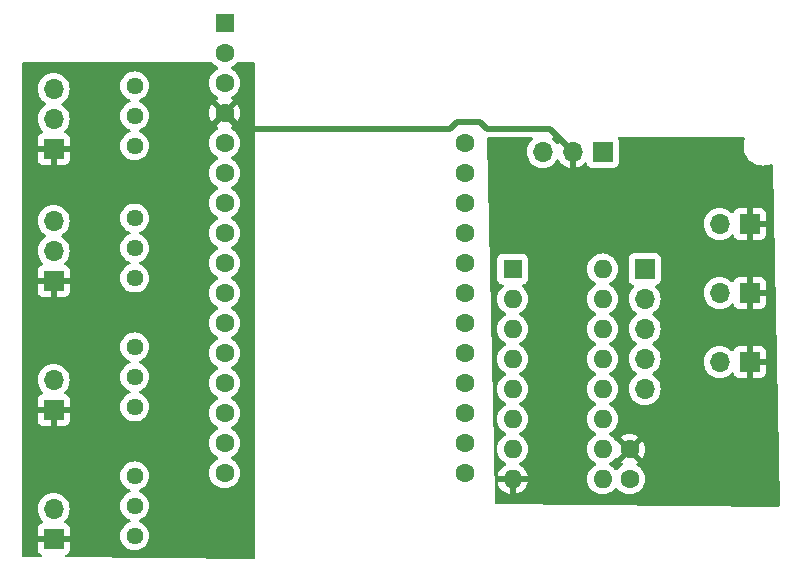
<source format=gbr>
%TF.GenerationSoftware,KiCad,Pcbnew,7.0.10*%
%TF.CreationDate,2024-03-12T15:44:40-06:00*%
%TF.ProjectId,Candy_Machine_rev2,43616e64-795f-44d6-9163-68696e655f72,rev?*%
%TF.SameCoordinates,Original*%
%TF.FileFunction,Copper,L2,Bot*%
%TF.FilePolarity,Positive*%
%FSLAX46Y46*%
G04 Gerber Fmt 4.6, Leading zero omitted, Abs format (unit mm)*
G04 Created by KiCad (PCBNEW 7.0.10) date 2024-03-12 15:44:40*
%MOMM*%
%LPD*%
G01*
G04 APERTURE LIST*
%TA.AperFunction,ComponentPad*%
%ADD10C,1.440000*%
%TD*%
%TA.AperFunction,ComponentPad*%
%ADD11R,1.700000X1.700000*%
%TD*%
%TA.AperFunction,ComponentPad*%
%ADD12O,1.700000X1.700000*%
%TD*%
%TA.AperFunction,ComponentPad*%
%ADD13R,1.600000X1.600000*%
%TD*%
%TA.AperFunction,ComponentPad*%
%ADD14C,1.600000*%
%TD*%
%TA.AperFunction,ComponentPad*%
%ADD15O,1.600000X1.600000*%
%TD*%
%TA.AperFunction,Conductor*%
%ADD16C,0.508000*%
%TD*%
G04 APERTURE END LIST*
D10*
%TO.P,RV3,1,1*%
%TO.N,Net-(J6-Pin_3)*%
X124083878Y-92975142D03*
%TO.P,RV3,2,2*%
%TO.N,A1*%
X124083878Y-95515142D03*
%TO.P,RV3,3,3*%
%TO.N,unconnected-(RV3-Pad3)*%
X124083878Y-98055142D03*
%TD*%
D11*
%TO.P,J4,1,Pin_1*%
%TO.N,GND*%
X117225878Y-120142000D03*
D12*
%TO.P,J4,2,Pin_2*%
%TO.N,Net-(J4-Pin_2)*%
X117225878Y-117602000D03*
%TD*%
D11*
%TO.P,J8,1,Pin_1*%
%TO.N,GND*%
X176153878Y-99314000D03*
D12*
%TO.P,J8,2,Pin_2*%
%TO.N,D0*%
X173613878Y-99314000D03*
%TD*%
D11*
%TO.P,J3,1,Pin_1*%
%TO.N,GND*%
X117225878Y-109220000D03*
D12*
%TO.P,J3,2,Pin_2*%
%TO.N,Net-(J3-Pin_2)*%
X117225878Y-106680000D03*
%TD*%
D10*
%TO.P,RV4,1,1*%
%TO.N,unconnected-(RV4-Pad1)*%
X124083878Y-114808000D03*
%TO.P,RV4,2,2*%
%TO.N,Net-(J4-Pin_2)*%
X124083878Y-117348000D03*
%TO.P,RV4,3,3*%
%TO.N,+3V3*%
X124083878Y-119888000D03*
%TD*%
D11*
%TO.P,J7,1,Pin_1*%
%TO.N,GND*%
X176153878Y-93472000D03*
D12*
%TO.P,J7,2,Pin_2*%
%TO.N,Net-(A1-EN)*%
X173613878Y-93472000D03*
%TD*%
D13*
%TO.P,A1,1,~{RESET}*%
%TO.N,unconnected-(A1-~{RESET}-Pad1)*%
X131703878Y-76454000D03*
D14*
%TO.P,A1,2,3V3*%
%TO.N,+3V3*%
X131703878Y-78994000D03*
%TO.P,A1,3,AREF*%
%TO.N,unconnected-(A1-AREF-Pad3)*%
X131703878Y-81534000D03*
%TO.P,A1,4,GND*%
%TO.N,GND*%
X131703878Y-84074000D03*
%TO.P,A1,5,A0*%
%TO.N,A0*%
X131703878Y-86614000D03*
%TO.P,A1,6,A1*%
%TO.N,A1*%
X131703878Y-89154000D03*
%TO.P,A1,7,A2*%
%TO.N,unconnected-(A1-A2-Pad7)*%
X131703878Y-91694000D03*
%TO.P,A1,8,A3*%
%TO.N,unconnected-(A1-A3-Pad8)*%
X131703878Y-94234000D03*
%TO.P,A1,9,A4*%
%TO.N,unconnected-(A1-A4-Pad9)*%
X131703878Y-96774000D03*
%TO.P,A1,10,A5*%
%TO.N,unconnected-(A1-A5-Pad10)*%
X131703878Y-99314000D03*
%TO.P,A1,11,SCK*%
%TO.N,unconnected-(A1-SCK-Pad11)*%
X131703878Y-101854000D03*
%TO.P,A1,12,MOSI*%
%TO.N,unconnected-(A1-MOSI-Pad12)*%
X131703878Y-104394000D03*
%TO.P,A1,13,MISO*%
%TO.N,unconnected-(A1-MISO-Pad13)*%
X131703878Y-106934000D03*
%TO.P,A1,14,RX*%
%TO.N,unconnected-(A1-RX-Pad14)*%
X131703878Y-109474000D03*
%TO.P,A1,15,TX*%
%TO.N,unconnected-(A1-TX-Pad15)*%
X131703878Y-112014000D03*
%TO.P,A1,16,SPARE*%
%TO.N,unconnected-(A1-SPARE-Pad16)*%
X131703878Y-114554000D03*
%TO.P,A1,17,SDA*%
%TO.N,unconnected-(A1-SDA-Pad17)*%
X152023878Y-114554000D03*
%TO.P,A1,18,SCL*%
%TO.N,SLC*%
X152023878Y-112014000D03*
%TO.P,A1,19,D0*%
%TO.N,D0*%
X152023878Y-109474000D03*
%TO.P,A1,20,D1*%
%TO.N,D1*%
X152023878Y-106934000D03*
%TO.P,A1,21,D2*%
%TO.N,D9*%
X152023878Y-104394000D03*
%TO.P,A1,22,D3*%
%TO.N,D3*%
X152023878Y-101854000D03*
%TO.P,A1,23,D4*%
%TO.N,D4*%
X152023878Y-99314000D03*
%TO.P,A1,24,D5*%
%TO.N,unconnected-(A1-D5-Pad24)*%
X152023878Y-96774000D03*
%TO.P,A1,25,D6*%
%TO.N,unconnected-(A1-D6-Pad25)*%
X152023878Y-94234000D03*
%TO.P,A1,26,USB*%
%TO.N,unconnected-(A1-USB-Pad26)*%
X152023878Y-91694000D03*
%TO.P,A1,27,EN*%
%TO.N,Net-(A1-EN)*%
X152023878Y-89154000D03*
%TO.P,A1,28,VBAT*%
%TO.N,Net-(A1-VBAT)*%
X152023878Y-86614000D03*
%TD*%
D10*
%TO.P,RV1,1,1*%
%TO.N,Net-(J5-Pin_3)*%
X124083878Y-81788000D03*
%TO.P,RV1,2,2*%
%TO.N,A0*%
X124083878Y-84328000D03*
%TO.P,RV1,3,3*%
%TO.N,unconnected-(RV1-Pad3)*%
X124083878Y-86868000D03*
%TD*%
D14*
%TO.P,C1,1*%
%TO.N,Net-(J1-Pin_3)*%
X165993878Y-115062000D03*
%TO.P,C1,2*%
%TO.N,GND*%
X165993878Y-112562000D03*
%TD*%
D11*
%TO.P,J2,1,Pin_1*%
%TO.N,Net-(J2-Pin_1)*%
X167263878Y-97282000D03*
D12*
%TO.P,J2,2,Pin_2*%
%TO.N,Net-(J2-Pin_2)*%
X167263878Y-99822000D03*
%TO.P,J2,3,Pin_3*%
%TO.N,Net-(J2-Pin_3)*%
X167263878Y-102362000D03*
%TO.P,J2,4,Pin_4*%
%TO.N,Net-(J2-Pin_4)*%
X167263878Y-104902000D03*
%TO.P,J2,5,Pin_5*%
%TO.N,Net-(J1-Pin_3)*%
X167263878Y-107442000D03*
%TD*%
D13*
%TO.P,U1,1,I1*%
%TO.N,D4*%
X156087878Y-97282000D03*
D15*
%TO.P,U1,2,I2*%
%TO.N,D3*%
X156087878Y-99822000D03*
%TO.P,U1,3,I3*%
%TO.N,D9*%
X156087878Y-102362000D03*
%TO.P,U1,4,I4*%
%TO.N,D1*%
X156087878Y-104902000D03*
%TO.P,U1,5,I5*%
%TO.N,unconnected-(U1-I5-Pad5)*%
X156087878Y-107442000D03*
%TO.P,U1,6,I6*%
%TO.N,unconnected-(U1-I6-Pad6)*%
X156087878Y-109982000D03*
%TO.P,U1,7,I7*%
%TO.N,unconnected-(U1-I7-Pad7)*%
X156087878Y-112522000D03*
%TO.P,U1,8,GND*%
%TO.N,GND*%
X156087878Y-115062000D03*
%TO.P,U1,9,COM*%
%TO.N,Net-(J1-Pin_3)*%
X163707878Y-115062000D03*
%TO.P,U1,10,O7*%
%TO.N,unconnected-(U1-O7-Pad10)*%
X163707878Y-112522000D03*
%TO.P,U1,11,O6*%
%TO.N,unconnected-(U1-O6-Pad11)*%
X163707878Y-109982000D03*
%TO.P,U1,12,O5*%
%TO.N,unconnected-(U1-O5-Pad12)*%
X163707878Y-107442000D03*
%TO.P,U1,13,O4*%
%TO.N,Net-(J2-Pin_4)*%
X163707878Y-104902000D03*
%TO.P,U1,14,O3*%
%TO.N,Net-(J2-Pin_3)*%
X163707878Y-102362000D03*
%TO.P,U1,15,O2*%
%TO.N,Net-(J2-Pin_2)*%
X163707878Y-99822000D03*
%TO.P,U1,16,O1*%
%TO.N,Net-(J2-Pin_1)*%
X163707878Y-97282000D03*
%TD*%
D11*
%TO.P,J6,1,Pin_1*%
%TO.N,GND*%
X117225878Y-98298000D03*
D12*
%TO.P,J6,2,Pin_2*%
%TO.N,+3V3*%
X117225878Y-95758000D03*
%TO.P,J6,3,Pin_3*%
%TO.N,Net-(J6-Pin_3)*%
X117225878Y-93218000D03*
%TD*%
D11*
%TO.P,J1,1,Pin_1*%
%TO.N,Net-(A1-VBAT)*%
X163707878Y-87376000D03*
D12*
%TO.P,J1,2,Pin_2*%
%TO.N,GND*%
X161167878Y-87376000D03*
%TO.P,J1,3,Pin_3*%
%TO.N,Net-(J1-Pin_3)*%
X158627878Y-87376000D03*
%TD*%
D11*
%TO.P,J5,1,Pin_1*%
%TO.N,GND*%
X117225878Y-87122000D03*
D12*
%TO.P,J5,2,Pin_2*%
%TO.N,+3V3*%
X117225878Y-84582000D03*
%TO.P,J5,3,Pin_3*%
%TO.N,Net-(J5-Pin_3)*%
X117225878Y-82042000D03*
%TD*%
D11*
%TO.P,J9,1,Pin_1*%
%TO.N,GND*%
X176153878Y-105156000D03*
D12*
%TO.P,J9,2,Pin_2*%
%TO.N,SLC*%
X173613878Y-105156000D03*
%TD*%
D10*
%TO.P,RV2,1,1*%
%TO.N,unconnected-(RV2-Pad1)*%
X124083878Y-103891570D03*
%TO.P,RV2,2,2*%
%TO.N,Net-(J3-Pin_2)*%
X124083878Y-106431570D03*
%TO.P,RV2,3,3*%
%TO.N,+3V3*%
X124083878Y-108971570D03*
%TD*%
D16*
%TO.N,GND*%
X161167878Y-87376000D02*
X159262878Y-85471000D01*
X159262878Y-85471000D02*
X153924000Y-85471000D01*
X133100878Y-85471000D02*
X131703878Y-84074000D01*
X153289000Y-84836000D02*
X151384000Y-84836000D01*
X150749000Y-85471000D02*
X133100878Y-85471000D01*
X151384000Y-84836000D02*
X150749000Y-85471000D01*
X153924000Y-85471000D02*
X153289000Y-84836000D01*
%TD*%
%TA.AperFunction,Conductor*%
%TO.N,GND*%
G36*
X130652306Y-79775685D02*
G01*
X130686842Y-79808876D01*
X130703834Y-79833143D01*
X130864736Y-79994045D01*
X130864739Y-79994047D01*
X131051144Y-80124568D01*
X131109153Y-80151618D01*
X131161592Y-80197791D01*
X131180744Y-80264984D01*
X131160528Y-80331865D01*
X131109153Y-80376382D01*
X131051145Y-80403431D01*
X131051143Y-80403432D01*
X130864736Y-80533954D01*
X130703832Y-80694858D01*
X130573310Y-80881265D01*
X130573309Y-80881267D01*
X130477139Y-81087502D01*
X130477136Y-81087511D01*
X130418244Y-81307302D01*
X130418242Y-81307313D01*
X130398410Y-81533998D01*
X130398410Y-81534001D01*
X130418242Y-81760686D01*
X130418244Y-81760697D01*
X130477136Y-81980488D01*
X130477139Y-81980497D01*
X130573309Y-82186732D01*
X130573310Y-82186734D01*
X130703832Y-82373141D01*
X130864736Y-82534045D01*
X130864739Y-82534047D01*
X131051144Y-82664568D01*
X131109743Y-82691893D01*
X131162183Y-82738065D01*
X131181335Y-82805258D01*
X131161120Y-82872139D01*
X131109745Y-82916657D01*
X131051391Y-82943868D01*
X131051390Y-82943868D01*
X130978404Y-82994973D01*
X130978404Y-82994974D01*
X131659477Y-83676046D01*
X131578730Y-83688835D01*
X131465833Y-83746359D01*
X131376237Y-83835955D01*
X131318713Y-83948852D01*
X131305924Y-84029598D01*
X130624852Y-83348526D01*
X130624851Y-83348526D01*
X130573746Y-83421512D01*
X130573744Y-83421516D01*
X130477612Y-83627673D01*
X130477608Y-83627682D01*
X130418738Y-83847389D01*
X130418736Y-83847400D01*
X130398912Y-84073997D01*
X130398912Y-84074002D01*
X130418736Y-84300599D01*
X130418738Y-84300610D01*
X130477608Y-84520317D01*
X130477613Y-84520331D01*
X130573741Y-84726478D01*
X130624852Y-84799472D01*
X131305924Y-84118400D01*
X131318713Y-84199148D01*
X131376237Y-84312045D01*
X131465833Y-84401641D01*
X131578730Y-84459165D01*
X131659477Y-84471953D01*
X130978404Y-85153025D01*
X131051391Y-85204132D01*
X131051399Y-85204136D01*
X131109742Y-85231342D01*
X131162182Y-85277514D01*
X131181334Y-85344707D01*
X131161119Y-85411589D01*
X131109744Y-85456105D01*
X131051150Y-85483428D01*
X131051143Y-85483432D01*
X130864736Y-85613954D01*
X130703832Y-85774858D01*
X130573310Y-85961265D01*
X130573309Y-85961267D01*
X130477139Y-86167502D01*
X130477136Y-86167511D01*
X130418244Y-86387302D01*
X130418242Y-86387313D01*
X130398410Y-86613998D01*
X130398410Y-86614001D01*
X130418242Y-86840686D01*
X130418244Y-86840697D01*
X130477136Y-87060488D01*
X130477139Y-87060497D01*
X130573309Y-87266732D01*
X130573310Y-87266734D01*
X130703832Y-87453141D01*
X130864736Y-87614045D01*
X130864739Y-87614047D01*
X131051144Y-87744568D01*
X131109153Y-87771618D01*
X131161592Y-87817791D01*
X131180744Y-87884984D01*
X131160528Y-87951865D01*
X131109153Y-87996382D01*
X131051145Y-88023431D01*
X131051143Y-88023432D01*
X130864736Y-88153954D01*
X130703832Y-88314858D01*
X130573310Y-88501265D01*
X130573309Y-88501267D01*
X130477139Y-88707502D01*
X130477136Y-88707511D01*
X130418244Y-88927302D01*
X130418242Y-88927313D01*
X130398410Y-89153998D01*
X130398410Y-89154001D01*
X130418242Y-89380686D01*
X130418244Y-89380697D01*
X130477136Y-89600488D01*
X130477139Y-89600497D01*
X130573309Y-89806732D01*
X130573310Y-89806734D01*
X130703832Y-89993141D01*
X130864736Y-90154045D01*
X130864739Y-90154047D01*
X131051144Y-90284568D01*
X131109153Y-90311618D01*
X131161592Y-90357791D01*
X131180744Y-90424984D01*
X131160528Y-90491865D01*
X131109153Y-90536382D01*
X131051145Y-90563431D01*
X131051143Y-90563432D01*
X130864736Y-90693954D01*
X130703832Y-90854858D01*
X130573310Y-91041265D01*
X130573309Y-91041267D01*
X130477139Y-91247502D01*
X130477136Y-91247511D01*
X130418244Y-91467302D01*
X130418242Y-91467313D01*
X130398410Y-91693998D01*
X130398410Y-91694001D01*
X130418242Y-91920686D01*
X130418244Y-91920697D01*
X130477136Y-92140488D01*
X130477139Y-92140497D01*
X130573309Y-92346732D01*
X130573310Y-92346734D01*
X130703832Y-92533141D01*
X130864736Y-92694045D01*
X130864739Y-92694047D01*
X131051144Y-92824568D01*
X131109153Y-92851618D01*
X131161592Y-92897791D01*
X131180744Y-92964984D01*
X131160528Y-93031865D01*
X131109153Y-93076382D01*
X131051145Y-93103431D01*
X131051143Y-93103432D01*
X130864736Y-93233954D01*
X130703832Y-93394858D01*
X130573310Y-93581265D01*
X130573309Y-93581267D01*
X130477139Y-93787502D01*
X130477136Y-93787511D01*
X130418244Y-94007302D01*
X130418242Y-94007313D01*
X130398410Y-94233998D01*
X130398410Y-94234001D01*
X130418242Y-94460686D01*
X130418244Y-94460697D01*
X130477136Y-94680488D01*
X130477139Y-94680497D01*
X130573309Y-94886732D01*
X130573310Y-94886734D01*
X130703832Y-95073141D01*
X130864736Y-95234045D01*
X130864739Y-95234047D01*
X131051144Y-95364568D01*
X131109153Y-95391618D01*
X131161592Y-95437791D01*
X131180744Y-95504984D01*
X131160528Y-95571865D01*
X131109153Y-95616382D01*
X131051145Y-95643431D01*
X131051143Y-95643432D01*
X130864736Y-95773954D01*
X130703832Y-95934858D01*
X130573310Y-96121265D01*
X130573309Y-96121267D01*
X130477139Y-96327502D01*
X130477136Y-96327511D01*
X130418244Y-96547302D01*
X130418242Y-96547313D01*
X130398410Y-96773998D01*
X130398410Y-96774001D01*
X130418242Y-97000686D01*
X130418244Y-97000697D01*
X130477136Y-97220488D01*
X130477139Y-97220497D01*
X130573309Y-97426732D01*
X130573310Y-97426734D01*
X130703832Y-97613141D01*
X130864736Y-97774045D01*
X130864739Y-97774047D01*
X131051144Y-97904568D01*
X131109153Y-97931618D01*
X131161592Y-97977791D01*
X131180744Y-98044984D01*
X131160528Y-98111865D01*
X131109153Y-98156382D01*
X131051145Y-98183431D01*
X131051143Y-98183432D01*
X130864736Y-98313954D01*
X130703832Y-98474858D01*
X130573310Y-98661265D01*
X130573309Y-98661267D01*
X130477139Y-98867502D01*
X130477136Y-98867511D01*
X130418244Y-99087302D01*
X130418242Y-99087313D01*
X130398410Y-99313998D01*
X130398410Y-99314001D01*
X130418242Y-99540686D01*
X130418244Y-99540697D01*
X130477136Y-99760488D01*
X130477139Y-99760497D01*
X130573309Y-99966732D01*
X130573310Y-99966734D01*
X130703832Y-100153141D01*
X130864736Y-100314045D01*
X130864739Y-100314047D01*
X131051144Y-100444568D01*
X131109153Y-100471618D01*
X131161592Y-100517791D01*
X131180744Y-100584984D01*
X131160528Y-100651865D01*
X131109153Y-100696382D01*
X131051145Y-100723431D01*
X131051143Y-100723432D01*
X130864736Y-100853954D01*
X130703832Y-101014858D01*
X130573310Y-101201265D01*
X130573309Y-101201267D01*
X130477139Y-101407502D01*
X130477136Y-101407511D01*
X130418244Y-101627302D01*
X130418242Y-101627313D01*
X130398410Y-101853998D01*
X130398410Y-101854001D01*
X130418242Y-102080686D01*
X130418244Y-102080697D01*
X130477136Y-102300488D01*
X130477139Y-102300497D01*
X130573309Y-102506732D01*
X130573310Y-102506734D01*
X130703832Y-102693141D01*
X130864736Y-102854045D01*
X130864739Y-102854047D01*
X131051144Y-102984568D01*
X131109153Y-103011618D01*
X131161592Y-103057791D01*
X131180744Y-103124984D01*
X131160528Y-103191865D01*
X131109153Y-103236382D01*
X131051145Y-103263431D01*
X131051143Y-103263432D01*
X130864736Y-103393954D01*
X130703832Y-103554858D01*
X130573310Y-103741265D01*
X130573309Y-103741267D01*
X130477139Y-103947502D01*
X130477136Y-103947511D01*
X130418244Y-104167302D01*
X130418242Y-104167313D01*
X130398410Y-104393998D01*
X130398410Y-104394001D01*
X130418242Y-104620686D01*
X130418244Y-104620697D01*
X130477136Y-104840488D01*
X130477139Y-104840497D01*
X130573309Y-105046732D01*
X130573310Y-105046734D01*
X130703832Y-105233141D01*
X130864736Y-105394045D01*
X130864739Y-105394047D01*
X131051144Y-105524568D01*
X131109153Y-105551618D01*
X131161592Y-105597791D01*
X131180744Y-105664984D01*
X131160528Y-105731865D01*
X131109153Y-105776382D01*
X131051145Y-105803431D01*
X131051143Y-105803432D01*
X130864736Y-105933954D01*
X130703832Y-106094858D01*
X130573310Y-106281265D01*
X130573309Y-106281267D01*
X130477139Y-106487502D01*
X130477136Y-106487511D01*
X130418244Y-106707302D01*
X130418242Y-106707313D01*
X130398410Y-106933998D01*
X130398410Y-106934001D01*
X130418242Y-107160686D01*
X130418244Y-107160697D01*
X130477136Y-107380488D01*
X130477139Y-107380497D01*
X130573309Y-107586732D01*
X130573310Y-107586734D01*
X130703832Y-107773141D01*
X130864736Y-107934045D01*
X130864739Y-107934047D01*
X131051144Y-108064568D01*
X131109153Y-108091618D01*
X131161592Y-108137791D01*
X131180744Y-108204984D01*
X131160528Y-108271865D01*
X131109153Y-108316382D01*
X131051145Y-108343431D01*
X131051143Y-108343432D01*
X130864736Y-108473954D01*
X130703832Y-108634858D01*
X130573310Y-108821265D01*
X130573309Y-108821267D01*
X130477139Y-109027502D01*
X130477136Y-109027511D01*
X130418244Y-109247302D01*
X130418242Y-109247313D01*
X130398410Y-109473998D01*
X130398410Y-109474001D01*
X130418242Y-109700686D01*
X130418244Y-109700697D01*
X130477136Y-109920488D01*
X130477139Y-109920497D01*
X130573309Y-110126732D01*
X130573310Y-110126734D01*
X130703832Y-110313141D01*
X130864736Y-110474045D01*
X130864739Y-110474047D01*
X131051144Y-110604568D01*
X131109153Y-110631618D01*
X131161592Y-110677791D01*
X131180744Y-110744984D01*
X131160528Y-110811865D01*
X131109153Y-110856382D01*
X131051145Y-110883431D01*
X131051143Y-110883432D01*
X130864736Y-111013954D01*
X130703832Y-111174858D01*
X130573310Y-111361265D01*
X130573309Y-111361267D01*
X130477139Y-111567502D01*
X130477136Y-111567511D01*
X130418244Y-111787302D01*
X130418242Y-111787313D01*
X130398410Y-112013998D01*
X130398410Y-112014001D01*
X130418242Y-112240686D01*
X130418244Y-112240697D01*
X130477136Y-112460488D01*
X130477139Y-112460497D01*
X130573309Y-112666732D01*
X130573310Y-112666734D01*
X130703832Y-112853141D01*
X130864736Y-113014045D01*
X130864739Y-113014047D01*
X131051144Y-113144568D01*
X131109153Y-113171618D01*
X131161592Y-113217791D01*
X131180744Y-113284984D01*
X131160528Y-113351865D01*
X131109153Y-113396382D01*
X131051145Y-113423431D01*
X131051143Y-113423432D01*
X130864736Y-113553954D01*
X130703832Y-113714858D01*
X130573310Y-113901265D01*
X130573309Y-113901267D01*
X130477139Y-114107502D01*
X130477136Y-114107511D01*
X130418244Y-114327302D01*
X130418242Y-114327313D01*
X130398410Y-114553998D01*
X130398410Y-114554001D01*
X130418242Y-114780686D01*
X130418244Y-114780697D01*
X130477136Y-115000488D01*
X130477139Y-115000497D01*
X130573309Y-115206732D01*
X130573310Y-115206734D01*
X130703832Y-115393141D01*
X130864736Y-115554045D01*
X130864739Y-115554047D01*
X131051144Y-115684568D01*
X131257382Y-115780739D01*
X131477186Y-115839635D01*
X131639108Y-115853801D01*
X131703876Y-115859468D01*
X131703878Y-115859468D01*
X131703880Y-115859468D01*
X131760551Y-115854509D01*
X131930570Y-115839635D01*
X132150374Y-115780739D01*
X132356612Y-115684568D01*
X132543017Y-115554047D01*
X132703925Y-115393139D01*
X132834446Y-115206734D01*
X132930617Y-115000496D01*
X132989513Y-114780692D01*
X133009346Y-114554000D01*
X132989513Y-114327308D01*
X132930617Y-114107504D01*
X132834446Y-113901266D01*
X132703925Y-113714861D01*
X132703923Y-113714858D01*
X132543019Y-113553954D01*
X132356612Y-113423432D01*
X132356606Y-113423429D01*
X132298603Y-113396382D01*
X132246163Y-113350210D01*
X132227011Y-113283017D01*
X132247226Y-113216135D01*
X132298603Y-113171618D01*
X132356612Y-113144568D01*
X132543017Y-113014047D01*
X132703925Y-112853139D01*
X132834446Y-112666734D01*
X132930617Y-112460496D01*
X132989513Y-112240692D01*
X133009346Y-112014000D01*
X132989513Y-111787308D01*
X132930617Y-111567504D01*
X132834446Y-111361266D01*
X132703925Y-111174861D01*
X132703923Y-111174858D01*
X132543019Y-111013954D01*
X132356612Y-110883432D01*
X132356606Y-110883429D01*
X132298603Y-110856382D01*
X132246163Y-110810210D01*
X132227011Y-110743017D01*
X132247226Y-110676135D01*
X132298603Y-110631618D01*
X132356612Y-110604568D01*
X132543017Y-110474047D01*
X132703925Y-110313139D01*
X132834446Y-110126734D01*
X132930617Y-109920496D01*
X132989513Y-109700692D01*
X133009346Y-109474000D01*
X132989513Y-109247308D01*
X132930617Y-109027504D01*
X132834446Y-108821266D01*
X132703925Y-108634861D01*
X132703923Y-108634858D01*
X132543019Y-108473954D01*
X132356612Y-108343432D01*
X132356606Y-108343429D01*
X132311020Y-108322172D01*
X132298602Y-108316381D01*
X132246163Y-108270210D01*
X132227011Y-108203017D01*
X132247226Y-108136135D01*
X132298603Y-108091618D01*
X132356612Y-108064568D01*
X132543017Y-107934047D01*
X132703925Y-107773139D01*
X132834446Y-107586734D01*
X132930617Y-107380496D01*
X132989513Y-107160692D01*
X133009346Y-106934000D01*
X133007719Y-106915408D01*
X133003679Y-106869230D01*
X132989513Y-106707308D01*
X132930617Y-106487504D01*
X132834446Y-106281266D01*
X132703925Y-106094861D01*
X132703923Y-106094858D01*
X132543019Y-105933954D01*
X132356612Y-105803432D01*
X132356606Y-105803429D01*
X132298603Y-105776382D01*
X132246163Y-105730210D01*
X132227011Y-105663017D01*
X132247226Y-105596135D01*
X132298603Y-105551618D01*
X132356612Y-105524568D01*
X132543017Y-105394047D01*
X132703925Y-105233139D01*
X132834446Y-105046734D01*
X132930617Y-104840496D01*
X132989513Y-104620692D01*
X133009346Y-104394000D01*
X132989513Y-104167308D01*
X132930617Y-103947504D01*
X132834446Y-103741266D01*
X132703925Y-103554861D01*
X132703923Y-103554858D01*
X132543019Y-103393954D01*
X132356612Y-103263432D01*
X132356606Y-103263429D01*
X132298603Y-103236382D01*
X132246163Y-103190210D01*
X132227011Y-103123017D01*
X132247226Y-103056135D01*
X132298603Y-103011618D01*
X132356612Y-102984568D01*
X132543017Y-102854047D01*
X132703925Y-102693139D01*
X132834446Y-102506734D01*
X132930617Y-102300496D01*
X132989513Y-102080692D01*
X133009346Y-101854000D01*
X132989513Y-101627308D01*
X132930617Y-101407504D01*
X132834446Y-101201266D01*
X132703925Y-101014861D01*
X132703923Y-101014858D01*
X132543019Y-100853954D01*
X132356612Y-100723432D01*
X132356606Y-100723429D01*
X132298603Y-100696382D01*
X132246163Y-100650210D01*
X132227011Y-100583017D01*
X132247226Y-100516135D01*
X132298603Y-100471618D01*
X132356612Y-100444568D01*
X132543017Y-100314047D01*
X132703925Y-100153139D01*
X132834446Y-99966734D01*
X132930617Y-99760496D01*
X132989513Y-99540692D01*
X133009346Y-99314000D01*
X132989513Y-99087308D01*
X132930617Y-98867504D01*
X132834446Y-98661266D01*
X132703925Y-98474861D01*
X132703923Y-98474858D01*
X132543019Y-98313954D01*
X132356612Y-98183432D01*
X132356606Y-98183429D01*
X132298603Y-98156382D01*
X132246163Y-98110210D01*
X132227011Y-98043017D01*
X132247226Y-97976135D01*
X132298603Y-97931618D01*
X132356612Y-97904568D01*
X132543017Y-97774047D01*
X132703925Y-97613139D01*
X132834446Y-97426734D01*
X132930617Y-97220496D01*
X132989513Y-97000692D01*
X133009346Y-96774000D01*
X132989513Y-96547308D01*
X132930617Y-96327504D01*
X132834446Y-96121266D01*
X132703925Y-95934861D01*
X132703923Y-95934858D01*
X132543019Y-95773954D01*
X132356612Y-95643432D01*
X132356606Y-95643429D01*
X132298603Y-95616382D01*
X132246163Y-95570210D01*
X132227011Y-95503017D01*
X132247226Y-95436135D01*
X132298603Y-95391618D01*
X132356612Y-95364568D01*
X132543017Y-95234047D01*
X132703925Y-95073139D01*
X132834446Y-94886734D01*
X132930617Y-94680496D01*
X132989513Y-94460692D01*
X133009346Y-94234000D01*
X132989513Y-94007308D01*
X132930617Y-93787504D01*
X132834446Y-93581266D01*
X132703925Y-93394861D01*
X132703923Y-93394858D01*
X132543019Y-93233954D01*
X132356612Y-93103432D01*
X132356606Y-93103429D01*
X132298603Y-93076382D01*
X132246163Y-93030210D01*
X132227011Y-92963017D01*
X132247226Y-92896135D01*
X132298603Y-92851618D01*
X132356612Y-92824568D01*
X132543017Y-92694047D01*
X132703925Y-92533139D01*
X132834446Y-92346734D01*
X132930617Y-92140496D01*
X132989513Y-91920692D01*
X133009346Y-91694000D01*
X132989513Y-91467308D01*
X132930617Y-91247504D01*
X132834446Y-91041266D01*
X132703925Y-90854861D01*
X132703923Y-90854858D01*
X132543019Y-90693954D01*
X132356612Y-90563432D01*
X132356606Y-90563429D01*
X132298603Y-90536382D01*
X132246163Y-90490210D01*
X132227011Y-90423017D01*
X132247226Y-90356135D01*
X132298603Y-90311618D01*
X132356612Y-90284568D01*
X132543017Y-90154047D01*
X132703925Y-89993139D01*
X132834446Y-89806734D01*
X132930617Y-89600496D01*
X132989513Y-89380692D01*
X133009346Y-89154000D01*
X132989513Y-88927308D01*
X132930617Y-88707504D01*
X132834446Y-88501266D01*
X132703925Y-88314861D01*
X132703923Y-88314858D01*
X132543019Y-88153954D01*
X132356612Y-88023432D01*
X132356606Y-88023429D01*
X132298603Y-87996382D01*
X132246163Y-87950210D01*
X132227011Y-87883017D01*
X132247226Y-87816135D01*
X132298603Y-87771618D01*
X132356612Y-87744568D01*
X132543017Y-87614047D01*
X132703925Y-87453139D01*
X132834446Y-87266734D01*
X132930617Y-87060496D01*
X132989513Y-86840692D01*
X133009346Y-86614000D01*
X132989513Y-86387308D01*
X132930617Y-86167504D01*
X132834446Y-85961266D01*
X132703925Y-85774861D01*
X132703923Y-85774858D01*
X132543019Y-85613954D01*
X132356613Y-85483433D01*
X132356614Y-85483433D01*
X132356612Y-85483432D01*
X132298010Y-85456105D01*
X132245572Y-85409933D01*
X132226421Y-85342739D01*
X132246637Y-85275858D01*
X132298013Y-85231341D01*
X132356360Y-85204133D01*
X132429349Y-85153024D01*
X131748278Y-84471953D01*
X131829026Y-84459165D01*
X131941923Y-84401641D01*
X132031519Y-84312045D01*
X132089043Y-84199148D01*
X132101831Y-84118400D01*
X132782902Y-84799471D01*
X132834014Y-84726478D01*
X132930142Y-84520331D01*
X132930147Y-84520317D01*
X132989017Y-84300610D01*
X132989019Y-84300599D01*
X133008844Y-84074002D01*
X133008844Y-84073997D01*
X132989019Y-83847400D01*
X132989017Y-83847389D01*
X132930147Y-83627682D01*
X132930142Y-83627668D01*
X132834014Y-83421521D01*
X132834010Y-83421513D01*
X132782903Y-83348526D01*
X132101831Y-84029598D01*
X132089043Y-83948852D01*
X132031519Y-83835955D01*
X131941923Y-83746359D01*
X131829026Y-83688835D01*
X131748279Y-83676046D01*
X132429350Y-82994974D01*
X132356358Y-82943864D01*
X132298012Y-82916657D01*
X132245573Y-82870484D01*
X132226421Y-82803291D01*
X132246637Y-82736410D01*
X132298012Y-82691893D01*
X132356612Y-82664568D01*
X132543017Y-82534047D01*
X132703925Y-82373139D01*
X132834446Y-82186734D01*
X132930617Y-81980496D01*
X132989513Y-81760692D01*
X133009346Y-81534000D01*
X132989513Y-81307308D01*
X132930617Y-81087504D01*
X132834446Y-80881266D01*
X132703925Y-80694861D01*
X132703923Y-80694858D01*
X132543019Y-80533954D01*
X132356612Y-80403432D01*
X132356606Y-80403429D01*
X132298603Y-80376382D01*
X132246163Y-80330210D01*
X132227011Y-80263017D01*
X132247226Y-80196135D01*
X132298603Y-80151618D01*
X132356612Y-80124568D01*
X132543017Y-79994047D01*
X132703925Y-79833139D01*
X132720914Y-79808876D01*
X132775491Y-79765251D01*
X132822489Y-79756000D01*
X134115000Y-79756000D01*
X134182039Y-79775685D01*
X134227794Y-79828489D01*
X134239000Y-79880000D01*
X134239000Y-121743913D01*
X134219315Y-121810952D01*
X134166511Y-121856707D01*
X134113720Y-121867906D01*
X118282379Y-121704486D01*
X118215546Y-121684111D01*
X118170339Y-121630837D01*
X118161110Y-121561580D01*
X118190789Y-121498327D01*
X118240327Y-121464311D01*
X118317962Y-121435355D01*
X118317971Y-121435350D01*
X118433065Y-121349190D01*
X118433068Y-121349187D01*
X118519228Y-121234093D01*
X118519232Y-121234086D01*
X118569474Y-121099379D01*
X118569476Y-121099372D01*
X118575877Y-121039844D01*
X118575878Y-121039827D01*
X118575878Y-120392000D01*
X117659564Y-120392000D01*
X117685371Y-120351844D01*
X117725878Y-120213889D01*
X117725878Y-120070111D01*
X117685371Y-119932156D01*
X117659564Y-119892000D01*
X118575878Y-119892000D01*
X118575878Y-119888001D01*
X122858716Y-119888001D01*
X122877328Y-120100741D01*
X122877330Y-120100752D01*
X122932599Y-120307022D01*
X122932601Y-120307026D01*
X122932602Y-120307030D01*
X122972224Y-120392000D01*
X123022855Y-120500578D01*
X123145350Y-120675521D01*
X123296356Y-120826527D01*
X123296359Y-120826529D01*
X123471297Y-120949021D01*
X123471299Y-120949022D01*
X123471298Y-120949022D01*
X123535814Y-120979106D01*
X123664848Y-121039276D01*
X123664854Y-121039277D01*
X123664855Y-121039278D01*
X123714505Y-121052581D01*
X123871131Y-121094549D01*
X124023093Y-121107844D01*
X124083876Y-121113162D01*
X124083878Y-121113162D01*
X124083880Y-121113162D01*
X124137064Y-121108508D01*
X124296625Y-121094549D01*
X124502908Y-121039276D01*
X124696459Y-120949021D01*
X124871397Y-120826529D01*
X125022407Y-120675519D01*
X125144899Y-120500581D01*
X125235154Y-120307030D01*
X125290427Y-120100747D01*
X125309040Y-119888000D01*
X125290427Y-119675253D01*
X125235154Y-119468970D01*
X125144899Y-119275419D01*
X125022407Y-119100481D01*
X125022405Y-119100478D01*
X124871399Y-118949472D01*
X124696456Y-118826977D01*
X124696457Y-118826977D01*
X124567425Y-118766809D01*
X124502908Y-118736724D01*
X124502901Y-118736722D01*
X124497814Y-118734870D01*
X124498587Y-118732746D01*
X124447183Y-118701424D01*
X124416644Y-118638581D01*
X124424928Y-118569204D01*
X124469406Y-118515320D01*
X124498193Y-118502172D01*
X124497814Y-118501130D01*
X124502891Y-118499280D01*
X124502908Y-118499276D01*
X124696459Y-118409021D01*
X124871397Y-118286529D01*
X125022407Y-118135519D01*
X125144899Y-117960581D01*
X125235154Y-117767030D01*
X125290427Y-117560747D01*
X125309040Y-117348000D01*
X125290427Y-117135253D01*
X125235154Y-116928970D01*
X125144899Y-116735419D01*
X125024525Y-116563506D01*
X125022405Y-116560478D01*
X124871399Y-116409472D01*
X124696456Y-116286977D01*
X124696457Y-116286977D01*
X124567425Y-116226809D01*
X124502908Y-116196724D01*
X124502901Y-116196722D01*
X124497814Y-116194870D01*
X124498587Y-116192746D01*
X124447183Y-116161424D01*
X124416644Y-116098581D01*
X124424928Y-116029204D01*
X124469406Y-115975320D01*
X124498193Y-115962172D01*
X124497814Y-115961130D01*
X124502891Y-115959280D01*
X124502908Y-115959276D01*
X124696459Y-115869021D01*
X124871397Y-115746529D01*
X125022407Y-115595519D01*
X125144899Y-115420581D01*
X125235154Y-115227030D01*
X125290427Y-115020747D01*
X125309040Y-114808000D01*
X125290427Y-114595253D01*
X125235154Y-114388970D01*
X125144899Y-114195419D01*
X125022407Y-114020481D01*
X125022405Y-114020478D01*
X124871399Y-113869472D01*
X124696456Y-113746977D01*
X124696457Y-113746977D01*
X124567425Y-113686809D01*
X124502908Y-113656724D01*
X124502904Y-113656723D01*
X124502900Y-113656721D01*
X124296630Y-113601452D01*
X124296626Y-113601451D01*
X124296625Y-113601451D01*
X124296624Y-113601450D01*
X124296619Y-113601450D01*
X124083880Y-113582838D01*
X124083876Y-113582838D01*
X123871136Y-113601450D01*
X123871125Y-113601452D01*
X123664855Y-113656721D01*
X123664846Y-113656725D01*
X123471299Y-113746977D01*
X123296356Y-113869472D01*
X123145350Y-114020478D01*
X123022855Y-114195421D01*
X122932603Y-114388968D01*
X122932599Y-114388977D01*
X122877330Y-114595247D01*
X122877328Y-114595258D01*
X122858716Y-114807998D01*
X122858716Y-114808001D01*
X122877328Y-115020741D01*
X122877330Y-115020752D01*
X122932599Y-115227022D01*
X122932601Y-115227026D01*
X122932602Y-115227030D01*
X122975049Y-115318058D01*
X123022855Y-115420578D01*
X123145350Y-115595521D01*
X123296356Y-115746527D01*
X123296359Y-115746529D01*
X123471297Y-115869021D01*
X123471299Y-115869022D01*
X123471298Y-115869022D01*
X123535814Y-115899106D01*
X123664848Y-115959276D01*
X123664861Y-115959279D01*
X123669942Y-115961130D01*
X123669170Y-115963250D01*
X123720588Y-115994594D01*
X123751115Y-116057442D01*
X123742817Y-116126817D01*
X123698330Y-116180693D01*
X123669563Y-116193830D01*
X123669942Y-116194870D01*
X123664850Y-116196723D01*
X123664848Y-116196724D01*
X123664846Y-116196725D01*
X123471299Y-116286977D01*
X123296356Y-116409472D01*
X123145350Y-116560478D01*
X123022855Y-116735421D01*
X122932603Y-116928968D01*
X122932599Y-116928977D01*
X122877330Y-117135247D01*
X122877328Y-117135258D01*
X122858716Y-117347998D01*
X122858716Y-117348001D01*
X122877328Y-117560741D01*
X122877330Y-117560752D01*
X122932599Y-117767022D01*
X122932601Y-117767026D01*
X122932602Y-117767030D01*
X122975049Y-117858058D01*
X123022855Y-117960578D01*
X123145350Y-118135521D01*
X123296356Y-118286527D01*
X123296359Y-118286529D01*
X123471297Y-118409021D01*
X123471299Y-118409022D01*
X123471298Y-118409022D01*
X123535814Y-118439106D01*
X123664848Y-118499276D01*
X123664861Y-118499279D01*
X123669942Y-118501130D01*
X123669170Y-118503250D01*
X123720588Y-118534594D01*
X123751115Y-118597442D01*
X123742817Y-118666817D01*
X123698330Y-118720693D01*
X123669563Y-118733830D01*
X123669942Y-118734870D01*
X123664850Y-118736723D01*
X123664848Y-118736724D01*
X123664846Y-118736725D01*
X123471299Y-118826977D01*
X123296356Y-118949472D01*
X123145350Y-119100478D01*
X123022855Y-119275421D01*
X122932603Y-119468968D01*
X122932599Y-119468977D01*
X122877330Y-119675247D01*
X122877328Y-119675258D01*
X122858716Y-119887998D01*
X122858716Y-119888001D01*
X118575878Y-119888001D01*
X118575878Y-119244172D01*
X118575877Y-119244155D01*
X118569476Y-119184627D01*
X118569474Y-119184620D01*
X118519232Y-119049913D01*
X118519228Y-119049906D01*
X118433068Y-118934812D01*
X118433065Y-118934809D01*
X118317971Y-118848649D01*
X118317966Y-118848646D01*
X118186406Y-118799577D01*
X118130473Y-118757705D01*
X118106056Y-118692241D01*
X118120908Y-118623968D01*
X118142053Y-118595720D01*
X118264373Y-118473401D01*
X118399913Y-118279830D01*
X118499781Y-118065663D01*
X118560941Y-117837408D01*
X118581537Y-117602000D01*
X118560941Y-117366592D01*
X118499781Y-117138337D01*
X118399913Y-116924171D01*
X118267750Y-116735421D01*
X118264372Y-116730597D01*
X118097280Y-116563506D01*
X118097273Y-116563501D01*
X117903712Y-116427967D01*
X117903708Y-116427965D01*
X117864050Y-116409472D01*
X117689541Y-116328097D01*
X117689537Y-116328096D01*
X117689533Y-116328094D01*
X117461291Y-116266938D01*
X117461281Y-116266936D01*
X117225879Y-116246341D01*
X117225877Y-116246341D01*
X116990474Y-116266936D01*
X116990464Y-116266938D01*
X116762222Y-116328094D01*
X116762213Y-116328098D01*
X116548049Y-116427964D01*
X116548047Y-116427965D01*
X116354475Y-116563505D01*
X116187383Y-116730597D01*
X116051843Y-116924169D01*
X116051842Y-116924171D01*
X115951976Y-117138335D01*
X115951972Y-117138344D01*
X115890816Y-117366586D01*
X115890814Y-117366596D01*
X115870219Y-117601999D01*
X115870219Y-117602000D01*
X115890814Y-117837403D01*
X115890816Y-117837413D01*
X115951972Y-118065655D01*
X115951974Y-118065659D01*
X115951975Y-118065663D01*
X116051843Y-118279830D01*
X116051845Y-118279834D01*
X116142304Y-118409022D01*
X116187379Y-118473396D01*
X116187384Y-118473402D01*
X116309696Y-118595714D01*
X116343181Y-118657037D01*
X116338197Y-118726729D01*
X116296325Y-118782662D01*
X116265349Y-118799577D01*
X116133790Y-118848646D01*
X116133784Y-118848649D01*
X116018690Y-118934809D01*
X116018687Y-118934812D01*
X115932527Y-119049906D01*
X115932523Y-119049913D01*
X115882281Y-119184620D01*
X115882279Y-119184627D01*
X115875878Y-119244155D01*
X115875878Y-119892000D01*
X116792192Y-119892000D01*
X116766385Y-119932156D01*
X116725878Y-120070111D01*
X116725878Y-120213889D01*
X116766385Y-120351844D01*
X116792192Y-120392000D01*
X115875878Y-120392000D01*
X115875878Y-121039844D01*
X115882279Y-121099372D01*
X115882281Y-121099379D01*
X115932523Y-121234086D01*
X115932527Y-121234093D01*
X116018687Y-121349187D01*
X116018690Y-121349190D01*
X116133784Y-121435350D01*
X116133790Y-121435354D01*
X116151209Y-121441850D01*
X116207144Y-121483719D01*
X116231563Y-121549183D01*
X116216713Y-121617456D01*
X116167309Y-121666863D01*
X116106599Y-121682026D01*
X114676720Y-121667266D01*
X114609887Y-121646891D01*
X114564680Y-121593617D01*
X114554000Y-121543273D01*
X114554000Y-106680000D01*
X115870219Y-106680000D01*
X115890814Y-106915403D01*
X115890816Y-106915413D01*
X115951972Y-107143655D01*
X115951974Y-107143659D01*
X115951975Y-107143663D01*
X115987147Y-107219089D01*
X116051843Y-107357830D01*
X116051845Y-107357834D01*
X116146204Y-107492591D01*
X116187379Y-107551396D01*
X116187384Y-107551402D01*
X116309696Y-107673714D01*
X116343181Y-107735037D01*
X116338197Y-107804729D01*
X116296325Y-107860662D01*
X116265349Y-107877577D01*
X116133790Y-107926646D01*
X116133784Y-107926649D01*
X116018690Y-108012809D01*
X116018687Y-108012812D01*
X115932527Y-108127906D01*
X115932523Y-108127913D01*
X115882281Y-108262620D01*
X115882279Y-108262627D01*
X115875878Y-108322155D01*
X115875878Y-108970000D01*
X116792192Y-108970000D01*
X116766385Y-109010156D01*
X116725878Y-109148111D01*
X116725878Y-109291889D01*
X116766385Y-109429844D01*
X116792192Y-109470000D01*
X115875878Y-109470000D01*
X115875878Y-110117844D01*
X115882279Y-110177372D01*
X115882281Y-110177379D01*
X115932523Y-110312086D01*
X115932527Y-110312093D01*
X116018687Y-110427187D01*
X116018690Y-110427190D01*
X116133784Y-110513350D01*
X116133791Y-110513354D01*
X116268498Y-110563596D01*
X116268505Y-110563598D01*
X116328033Y-110569999D01*
X116328050Y-110570000D01*
X116975878Y-110570000D01*
X116975878Y-109655501D01*
X117083563Y-109704680D01*
X117190115Y-109720000D01*
X117261641Y-109720000D01*
X117368193Y-109704680D01*
X117475878Y-109655501D01*
X117475878Y-110570000D01*
X118123706Y-110570000D01*
X118123722Y-110569999D01*
X118183250Y-110563598D01*
X118183257Y-110563596D01*
X118317964Y-110513354D01*
X118317971Y-110513350D01*
X118433065Y-110427190D01*
X118433068Y-110427187D01*
X118519228Y-110312093D01*
X118519232Y-110312086D01*
X118569474Y-110177379D01*
X118569476Y-110177372D01*
X118575877Y-110117844D01*
X118575878Y-110117827D01*
X118575878Y-109470000D01*
X117659564Y-109470000D01*
X117685371Y-109429844D01*
X117725878Y-109291889D01*
X117725878Y-109148111D01*
X117685371Y-109010156D01*
X117660574Y-108971571D01*
X122858716Y-108971571D01*
X122877328Y-109184311D01*
X122877330Y-109184322D01*
X122932599Y-109390592D01*
X122932601Y-109390596D01*
X122932602Y-109390600D01*
X122950902Y-109429844D01*
X123022855Y-109584148D01*
X123145350Y-109759091D01*
X123296356Y-109910097D01*
X123311209Y-109920497D01*
X123471297Y-110032591D01*
X123471299Y-110032592D01*
X123471298Y-110032592D01*
X123535814Y-110062676D01*
X123664848Y-110122846D01*
X123871131Y-110178119D01*
X124023093Y-110191414D01*
X124083876Y-110196732D01*
X124083878Y-110196732D01*
X124083880Y-110196732D01*
X124137064Y-110192078D01*
X124296625Y-110178119D01*
X124502908Y-110122846D01*
X124696459Y-110032591D01*
X124871397Y-109910099D01*
X125022407Y-109759089D01*
X125144899Y-109584151D01*
X125235154Y-109390600D01*
X125290427Y-109184317D01*
X125309040Y-108971570D01*
X125290427Y-108758823D01*
X125235154Y-108552540D01*
X125144899Y-108358989D01*
X125022407Y-108184051D01*
X125022405Y-108184048D01*
X124871399Y-108033042D01*
X124696456Y-107910547D01*
X124696457Y-107910547D01*
X124567425Y-107850379D01*
X124502908Y-107820294D01*
X124502901Y-107820292D01*
X124497814Y-107818440D01*
X124498587Y-107816316D01*
X124447183Y-107784994D01*
X124416644Y-107722151D01*
X124424928Y-107652774D01*
X124469406Y-107598890D01*
X124498193Y-107585742D01*
X124497814Y-107584700D01*
X124502891Y-107582850D01*
X124502908Y-107582846D01*
X124696459Y-107492591D01*
X124871397Y-107370099D01*
X125022407Y-107219089D01*
X125144899Y-107044151D01*
X125235154Y-106850600D01*
X125290427Y-106644317D01*
X125309040Y-106431570D01*
X125290427Y-106218823D01*
X125235154Y-106012540D01*
X125144899Y-105818989D01*
X125022407Y-105644051D01*
X125022405Y-105644048D01*
X124871399Y-105493042D01*
X124696456Y-105370547D01*
X124696457Y-105370547D01*
X124567425Y-105310379D01*
X124502908Y-105280294D01*
X124502901Y-105280292D01*
X124497814Y-105278440D01*
X124498587Y-105276316D01*
X124447183Y-105244994D01*
X124416644Y-105182151D01*
X124424928Y-105112774D01*
X124469406Y-105058890D01*
X124498193Y-105045742D01*
X124497814Y-105044700D01*
X124502891Y-105042850D01*
X124502908Y-105042846D01*
X124696459Y-104952591D01*
X124871397Y-104830099D01*
X125022407Y-104679089D01*
X125144899Y-104504151D01*
X125235154Y-104310600D01*
X125290427Y-104104317D01*
X125309040Y-103891570D01*
X125290427Y-103678823D01*
X125235154Y-103472540D01*
X125144899Y-103278989D01*
X125022407Y-103104051D01*
X125022405Y-103104048D01*
X124871399Y-102953042D01*
X124696456Y-102830547D01*
X124696457Y-102830547D01*
X124567425Y-102770379D01*
X124502908Y-102740294D01*
X124502904Y-102740293D01*
X124502900Y-102740291D01*
X124296630Y-102685022D01*
X124296626Y-102685021D01*
X124296625Y-102685021D01*
X124296624Y-102685020D01*
X124296619Y-102685020D01*
X124083880Y-102666408D01*
X124083876Y-102666408D01*
X123871136Y-102685020D01*
X123871125Y-102685022D01*
X123664855Y-102740291D01*
X123664846Y-102740295D01*
X123471299Y-102830547D01*
X123296356Y-102953042D01*
X123145350Y-103104048D01*
X123022855Y-103278991D01*
X122932603Y-103472538D01*
X122932599Y-103472547D01*
X122877330Y-103678817D01*
X122877328Y-103678828D01*
X122858716Y-103891568D01*
X122858716Y-103891571D01*
X122877328Y-104104311D01*
X122877330Y-104104322D01*
X122932599Y-104310592D01*
X122932601Y-104310596D01*
X122932602Y-104310600D01*
X122971491Y-104393998D01*
X123022855Y-104504148D01*
X123145350Y-104679091D01*
X123296356Y-104830097D01*
X123311209Y-104840497D01*
X123471297Y-104952591D01*
X123471299Y-104952592D01*
X123471298Y-104952592D01*
X123535814Y-104982676D01*
X123664848Y-105042846D01*
X123664861Y-105042849D01*
X123669942Y-105044700D01*
X123669170Y-105046820D01*
X123720588Y-105078164D01*
X123751115Y-105141012D01*
X123742817Y-105210387D01*
X123698330Y-105264263D01*
X123669563Y-105277400D01*
X123669942Y-105278440D01*
X123664850Y-105280293D01*
X123664848Y-105280294D01*
X123664846Y-105280295D01*
X123471299Y-105370547D01*
X123296356Y-105493042D01*
X123145350Y-105644048D01*
X123022855Y-105818991D01*
X122932603Y-106012538D01*
X122932599Y-106012547D01*
X122877330Y-106218817D01*
X122877328Y-106218828D01*
X122858716Y-106431568D01*
X122858716Y-106431571D01*
X122877328Y-106644311D01*
X122877330Y-106644322D01*
X122932599Y-106850592D01*
X122932601Y-106850596D01*
X122932602Y-106850600D01*
X122962823Y-106915408D01*
X123022855Y-107044148D01*
X123145350Y-107219091D01*
X123296356Y-107370097D01*
X123311209Y-107380497D01*
X123471297Y-107492591D01*
X123471299Y-107492592D01*
X123471298Y-107492592D01*
X123535814Y-107522676D01*
X123664848Y-107582846D01*
X123664861Y-107582849D01*
X123669942Y-107584700D01*
X123669170Y-107586820D01*
X123720588Y-107618164D01*
X123751115Y-107681012D01*
X123742817Y-107750387D01*
X123698330Y-107804263D01*
X123669563Y-107817400D01*
X123669942Y-107818440D01*
X123664850Y-107820293D01*
X123664848Y-107820294D01*
X123664846Y-107820295D01*
X123471299Y-107910547D01*
X123296356Y-108033042D01*
X123145350Y-108184048D01*
X123022855Y-108358991D01*
X122932603Y-108552538D01*
X122932599Y-108552547D01*
X122877330Y-108758817D01*
X122877328Y-108758828D01*
X122858716Y-108971568D01*
X122858716Y-108971571D01*
X117660574Y-108971571D01*
X117659564Y-108970000D01*
X118575878Y-108970000D01*
X118575878Y-108322172D01*
X118575877Y-108322155D01*
X118569476Y-108262627D01*
X118569474Y-108262620D01*
X118519232Y-108127913D01*
X118519228Y-108127906D01*
X118433068Y-108012812D01*
X118433065Y-108012809D01*
X118317971Y-107926649D01*
X118317966Y-107926646D01*
X118186406Y-107877577D01*
X118130473Y-107835705D01*
X118106056Y-107770241D01*
X118120908Y-107701968D01*
X118142053Y-107673720D01*
X118264373Y-107551401D01*
X118399913Y-107357830D01*
X118499781Y-107143663D01*
X118560941Y-106915408D01*
X118581537Y-106680000D01*
X118560941Y-106444592D01*
X118514504Y-106271285D01*
X118499783Y-106216344D01*
X118499782Y-106216343D01*
X118499781Y-106216337D01*
X118399913Y-106002171D01*
X118352148Y-105933954D01*
X118264372Y-105808597D01*
X118097280Y-105641506D01*
X118097273Y-105641501D01*
X117903712Y-105505967D01*
X117903708Y-105505965D01*
X117903706Y-105505964D01*
X117689541Y-105406097D01*
X117689537Y-105406096D01*
X117689533Y-105406094D01*
X117461291Y-105344938D01*
X117461281Y-105344936D01*
X117225879Y-105324341D01*
X117225877Y-105324341D01*
X116990474Y-105344936D01*
X116990464Y-105344938D01*
X116762222Y-105406094D01*
X116762213Y-105406098D01*
X116548049Y-105505964D01*
X116548047Y-105505965D01*
X116354475Y-105641505D01*
X116187383Y-105808597D01*
X116051843Y-106002169D01*
X116051842Y-106002171D01*
X115951976Y-106216335D01*
X115951972Y-106216344D01*
X115890816Y-106444586D01*
X115890814Y-106444596D01*
X115870219Y-106679999D01*
X115870219Y-106680000D01*
X114554000Y-106680000D01*
X114554000Y-95758000D01*
X115870219Y-95758000D01*
X115890814Y-95993403D01*
X115890816Y-95993413D01*
X115951972Y-96221655D01*
X115951974Y-96221659D01*
X115951975Y-96221663D01*
X115989745Y-96302661D01*
X116051843Y-96435830D01*
X116051845Y-96435834D01*
X116129901Y-96547308D01*
X116187379Y-96629396D01*
X116187384Y-96629402D01*
X116309696Y-96751714D01*
X116343181Y-96813037D01*
X116338197Y-96882729D01*
X116296325Y-96938662D01*
X116265349Y-96955577D01*
X116133790Y-97004646D01*
X116133784Y-97004649D01*
X116018690Y-97090809D01*
X116018687Y-97090812D01*
X115932527Y-97205906D01*
X115932523Y-97205913D01*
X115882281Y-97340620D01*
X115882279Y-97340627D01*
X115875878Y-97400155D01*
X115875878Y-98048000D01*
X116792192Y-98048000D01*
X116766385Y-98088156D01*
X116725878Y-98226111D01*
X116725878Y-98369889D01*
X116766385Y-98507844D01*
X116792192Y-98548000D01*
X115875878Y-98548000D01*
X115875878Y-99195844D01*
X115882279Y-99255372D01*
X115882281Y-99255379D01*
X115932523Y-99390086D01*
X115932527Y-99390093D01*
X116018687Y-99505187D01*
X116018690Y-99505190D01*
X116133784Y-99591350D01*
X116133791Y-99591354D01*
X116268498Y-99641596D01*
X116268505Y-99641598D01*
X116328033Y-99647999D01*
X116328050Y-99648000D01*
X116975878Y-99648000D01*
X116975878Y-98733501D01*
X117083563Y-98782680D01*
X117190115Y-98798000D01*
X117261641Y-98798000D01*
X117368193Y-98782680D01*
X117475878Y-98733501D01*
X117475878Y-99648000D01*
X118123706Y-99648000D01*
X118123722Y-99647999D01*
X118183250Y-99641598D01*
X118183257Y-99641596D01*
X118317964Y-99591354D01*
X118317971Y-99591350D01*
X118433065Y-99505190D01*
X118433068Y-99505187D01*
X118519228Y-99390093D01*
X118519232Y-99390086D01*
X118569474Y-99255379D01*
X118569476Y-99255372D01*
X118575877Y-99195844D01*
X118575878Y-99195827D01*
X118575878Y-98548000D01*
X117659564Y-98548000D01*
X117685371Y-98507844D01*
X117725878Y-98369889D01*
X117725878Y-98226111D01*
X117685371Y-98088156D01*
X117664155Y-98055143D01*
X122858716Y-98055143D01*
X122877328Y-98267883D01*
X122877330Y-98267894D01*
X122932599Y-98474164D01*
X122932601Y-98474168D01*
X122932602Y-98474172D01*
X122948304Y-98507844D01*
X123022855Y-98667720D01*
X123145350Y-98842663D01*
X123296356Y-98993669D01*
X123296359Y-98993671D01*
X123471297Y-99116163D01*
X123471299Y-99116164D01*
X123471298Y-99116164D01*
X123535814Y-99146248D01*
X123664848Y-99206418D01*
X123871131Y-99261691D01*
X124023093Y-99274986D01*
X124083876Y-99280304D01*
X124083878Y-99280304D01*
X124083880Y-99280304D01*
X124137064Y-99275650D01*
X124296625Y-99261691D01*
X124502908Y-99206418D01*
X124696459Y-99116163D01*
X124871397Y-98993671D01*
X125022407Y-98842661D01*
X125144899Y-98667723D01*
X125235154Y-98474172D01*
X125290427Y-98267889D01*
X125309040Y-98055142D01*
X125290427Y-97842395D01*
X125235154Y-97636112D01*
X125144899Y-97442561D01*
X125022407Y-97267623D01*
X125022405Y-97267620D01*
X124871399Y-97116614D01*
X124711490Y-97004646D01*
X124696459Y-96994121D01*
X124696458Y-96994120D01*
X124696456Y-96994119D01*
X124696457Y-96994119D01*
X124563316Y-96932035D01*
X124502908Y-96903866D01*
X124502901Y-96903864D01*
X124497814Y-96902012D01*
X124498587Y-96899888D01*
X124447183Y-96868566D01*
X124416644Y-96805723D01*
X124424928Y-96736346D01*
X124469406Y-96682462D01*
X124498193Y-96669314D01*
X124497814Y-96668272D01*
X124502891Y-96666422D01*
X124502908Y-96666418D01*
X124696459Y-96576163D01*
X124871397Y-96453671D01*
X125022407Y-96302661D01*
X125144899Y-96127723D01*
X125235154Y-95934172D01*
X125290427Y-95727889D01*
X125309040Y-95515142D01*
X125290427Y-95302395D01*
X125235154Y-95096112D01*
X125144899Y-94902561D01*
X125022407Y-94727623D01*
X125022405Y-94727620D01*
X124871399Y-94576614D01*
X124712710Y-94465500D01*
X124696459Y-94454121D01*
X124696458Y-94454120D01*
X124696456Y-94454119D01*
X124696457Y-94454119D01*
X124563316Y-94392035D01*
X124502908Y-94363866D01*
X124502901Y-94363864D01*
X124497814Y-94362012D01*
X124498587Y-94359888D01*
X124447183Y-94328566D01*
X124416644Y-94265723D01*
X124424928Y-94196346D01*
X124469406Y-94142462D01*
X124498193Y-94129314D01*
X124497814Y-94128272D01*
X124502891Y-94126422D01*
X124502908Y-94126418D01*
X124696459Y-94036163D01*
X124871397Y-93913671D01*
X125022407Y-93762661D01*
X125144899Y-93587723D01*
X125235154Y-93394172D01*
X125290427Y-93187889D01*
X125309040Y-92975142D01*
X125290427Y-92762395D01*
X125235154Y-92556112D01*
X125144899Y-92362561D01*
X125022407Y-92187623D01*
X125022405Y-92187620D01*
X124871399Y-92036614D01*
X124731585Y-91938716D01*
X124696459Y-91914121D01*
X124696458Y-91914120D01*
X124696456Y-91914119D01*
X124696457Y-91914119D01*
X124567425Y-91853951D01*
X124502908Y-91823866D01*
X124502904Y-91823865D01*
X124502900Y-91823863D01*
X124296630Y-91768594D01*
X124296626Y-91768593D01*
X124296625Y-91768593D01*
X124296624Y-91768592D01*
X124296619Y-91768592D01*
X124083880Y-91749980D01*
X124083876Y-91749980D01*
X123871136Y-91768592D01*
X123871125Y-91768594D01*
X123664855Y-91823863D01*
X123664846Y-91823867D01*
X123471299Y-91914119D01*
X123296356Y-92036614D01*
X123145350Y-92187620D01*
X123022855Y-92362563D01*
X122932603Y-92556110D01*
X122932599Y-92556119D01*
X122877330Y-92762389D01*
X122877328Y-92762400D01*
X122858716Y-92975140D01*
X122858716Y-92975143D01*
X122877328Y-93187883D01*
X122877330Y-93187894D01*
X122932599Y-93394164D01*
X122932601Y-93394168D01*
X122932602Y-93394172D01*
X122960227Y-93453413D01*
X123022855Y-93587720D01*
X123145350Y-93762663D01*
X123296356Y-93913669D01*
X123296359Y-93913671D01*
X123471297Y-94036163D01*
X123471299Y-94036164D01*
X123471298Y-94036164D01*
X123535814Y-94066248D01*
X123664848Y-94126418D01*
X123664861Y-94126421D01*
X123669942Y-94128272D01*
X123669170Y-94130392D01*
X123720588Y-94161736D01*
X123751115Y-94224584D01*
X123742817Y-94293959D01*
X123698330Y-94347835D01*
X123669563Y-94360972D01*
X123669942Y-94362012D01*
X123664850Y-94363865D01*
X123664848Y-94363866D01*
X123664846Y-94363867D01*
X123471299Y-94454119D01*
X123296356Y-94576614D01*
X123145350Y-94727620D01*
X123022855Y-94902563D01*
X122932603Y-95096110D01*
X122932599Y-95096119D01*
X122877330Y-95302389D01*
X122877328Y-95302400D01*
X122858716Y-95515140D01*
X122858716Y-95515143D01*
X122877328Y-95727883D01*
X122877330Y-95727894D01*
X122932599Y-95934164D01*
X122932601Y-95934168D01*
X122932602Y-95934172D01*
X122960227Y-95993413D01*
X123022855Y-96127720D01*
X123145350Y-96302663D01*
X123296356Y-96453669D01*
X123296359Y-96453671D01*
X123471297Y-96576163D01*
X123471299Y-96576164D01*
X123471298Y-96576164D01*
X123535814Y-96606248D01*
X123664848Y-96666418D01*
X123664861Y-96666421D01*
X123669942Y-96668272D01*
X123669170Y-96670392D01*
X123720588Y-96701736D01*
X123751115Y-96764584D01*
X123742817Y-96833959D01*
X123698330Y-96887835D01*
X123669563Y-96900972D01*
X123669942Y-96902012D01*
X123664850Y-96903865D01*
X123664848Y-96903866D01*
X123664846Y-96903867D01*
X123471299Y-96994119D01*
X123296356Y-97116614D01*
X123145350Y-97267620D01*
X123022855Y-97442563D01*
X122932603Y-97636110D01*
X122932599Y-97636119D01*
X122877330Y-97842389D01*
X122877328Y-97842400D01*
X122858716Y-98055140D01*
X122858716Y-98055143D01*
X117664155Y-98055143D01*
X117659564Y-98048000D01*
X118575878Y-98048000D01*
X118575878Y-97400172D01*
X118575877Y-97400155D01*
X118569476Y-97340627D01*
X118569474Y-97340620D01*
X118519232Y-97205913D01*
X118519228Y-97205906D01*
X118433068Y-97090812D01*
X118433065Y-97090809D01*
X118317971Y-97004649D01*
X118317966Y-97004646D01*
X118186406Y-96955577D01*
X118130473Y-96913705D01*
X118106056Y-96848241D01*
X118120908Y-96779968D01*
X118142053Y-96751720D01*
X118264373Y-96629401D01*
X118399913Y-96435830D01*
X118499781Y-96221663D01*
X118560941Y-95993408D01*
X118581537Y-95758000D01*
X118560941Y-95522592D01*
X118514504Y-95349285D01*
X118499783Y-95294344D01*
X118499782Y-95294343D01*
X118499781Y-95294337D01*
X118399913Y-95080171D01*
X118394990Y-95073139D01*
X118264372Y-94886597D01*
X118097280Y-94719506D01*
X118097274Y-94719501D01*
X117911720Y-94589575D01*
X117868095Y-94534998D01*
X117860901Y-94465500D01*
X117892424Y-94403145D01*
X117911720Y-94386425D01*
X117946585Y-94362012D01*
X118097279Y-94256495D01*
X118264373Y-94089401D01*
X118399913Y-93895830D01*
X118499781Y-93681663D01*
X118560941Y-93453408D01*
X118581537Y-93218000D01*
X118560941Y-92982592D01*
X118514504Y-92809285D01*
X118499783Y-92754344D01*
X118499782Y-92754343D01*
X118499781Y-92754337D01*
X118399913Y-92540171D01*
X118394990Y-92533139D01*
X118264372Y-92346597D01*
X118097280Y-92179506D01*
X118097273Y-92179501D01*
X117903712Y-92043967D01*
X117903708Y-92043965D01*
X117887942Y-92036613D01*
X117689541Y-91944097D01*
X117689537Y-91944096D01*
X117689533Y-91944094D01*
X117461291Y-91882938D01*
X117461281Y-91882936D01*
X117225879Y-91862341D01*
X117225877Y-91862341D01*
X116990474Y-91882936D01*
X116990464Y-91882938D01*
X116762222Y-91944094D01*
X116762213Y-91944098D01*
X116548049Y-92043964D01*
X116548047Y-92043965D01*
X116354475Y-92179505D01*
X116187383Y-92346597D01*
X116051843Y-92540169D01*
X116051842Y-92540171D01*
X115951976Y-92754335D01*
X115951972Y-92754344D01*
X115890816Y-92982586D01*
X115890814Y-92982596D01*
X115870219Y-93217999D01*
X115870219Y-93218000D01*
X115890814Y-93453403D01*
X115890816Y-93453413D01*
X115951972Y-93681655D01*
X115951974Y-93681659D01*
X115951975Y-93681663D01*
X115989745Y-93762661D01*
X116051843Y-93895830D01*
X116051845Y-93895834D01*
X116187379Y-94089395D01*
X116187384Y-94089402D01*
X116354475Y-94256493D01*
X116354481Y-94256498D01*
X116540036Y-94386425D01*
X116583661Y-94441002D01*
X116590855Y-94510500D01*
X116559332Y-94572855D01*
X116540036Y-94589575D01*
X116354475Y-94719505D01*
X116187383Y-94886597D01*
X116051843Y-95080169D01*
X116051842Y-95080171D01*
X115951976Y-95294335D01*
X115951972Y-95294344D01*
X115890816Y-95522586D01*
X115890814Y-95522596D01*
X115870219Y-95757999D01*
X115870219Y-95758000D01*
X114554000Y-95758000D01*
X114554000Y-84582000D01*
X115870219Y-84582000D01*
X115890814Y-84817403D01*
X115890816Y-84817413D01*
X115951972Y-85045655D01*
X115951974Y-85045659D01*
X115951975Y-85045663D01*
X116038558Y-85231341D01*
X116051843Y-85259830D01*
X116051845Y-85259834D01*
X116142304Y-85389022D01*
X116187379Y-85453396D01*
X116187384Y-85453402D01*
X116309696Y-85575714D01*
X116343181Y-85637037D01*
X116338197Y-85706729D01*
X116296325Y-85762662D01*
X116265349Y-85779577D01*
X116133790Y-85828646D01*
X116133784Y-85828649D01*
X116018690Y-85914809D01*
X116018687Y-85914812D01*
X115932527Y-86029906D01*
X115932523Y-86029913D01*
X115882281Y-86164620D01*
X115882279Y-86164627D01*
X115875878Y-86224155D01*
X115875878Y-86872000D01*
X116792192Y-86872000D01*
X116766385Y-86912156D01*
X116725878Y-87050111D01*
X116725878Y-87193889D01*
X116766385Y-87331844D01*
X116792192Y-87372000D01*
X115875878Y-87372000D01*
X115875878Y-88019844D01*
X115882279Y-88079372D01*
X115882281Y-88079379D01*
X115932523Y-88214086D01*
X115932527Y-88214093D01*
X116018687Y-88329187D01*
X116018690Y-88329190D01*
X116133784Y-88415350D01*
X116133791Y-88415354D01*
X116268498Y-88465596D01*
X116268505Y-88465598D01*
X116328033Y-88471999D01*
X116328050Y-88472000D01*
X116975878Y-88472000D01*
X116975878Y-87557501D01*
X117083563Y-87606680D01*
X117190115Y-87622000D01*
X117261641Y-87622000D01*
X117368193Y-87606680D01*
X117475878Y-87557501D01*
X117475878Y-88472000D01*
X118123706Y-88472000D01*
X118123722Y-88471999D01*
X118183250Y-88465598D01*
X118183257Y-88465596D01*
X118317964Y-88415354D01*
X118317971Y-88415350D01*
X118433065Y-88329190D01*
X118433068Y-88329187D01*
X118519228Y-88214093D01*
X118519232Y-88214086D01*
X118569474Y-88079379D01*
X118569476Y-88079372D01*
X118575877Y-88019844D01*
X118575878Y-88019827D01*
X118575878Y-87372000D01*
X117659564Y-87372000D01*
X117685371Y-87331844D01*
X117725878Y-87193889D01*
X117725878Y-87050111D01*
X117685371Y-86912156D01*
X117659564Y-86872000D01*
X118575878Y-86872000D01*
X118575878Y-86868001D01*
X122858716Y-86868001D01*
X122877328Y-87080741D01*
X122877330Y-87080752D01*
X122932599Y-87287022D01*
X122932601Y-87287026D01*
X122932602Y-87287030D01*
X122972224Y-87372000D01*
X123022855Y-87480578D01*
X123145350Y-87655521D01*
X123296356Y-87806527D01*
X123296359Y-87806529D01*
X123471297Y-87929021D01*
X123471299Y-87929022D01*
X123471298Y-87929022D01*
X123535814Y-87959106D01*
X123664848Y-88019276D01*
X123664854Y-88019277D01*
X123664855Y-88019278D01*
X123714505Y-88032581D01*
X123871131Y-88074549D01*
X124023093Y-88087844D01*
X124083876Y-88093162D01*
X124083878Y-88093162D01*
X124083880Y-88093162D01*
X124137064Y-88088508D01*
X124296625Y-88074549D01*
X124502908Y-88019276D01*
X124696459Y-87929021D01*
X124871397Y-87806529D01*
X125022407Y-87655519D01*
X125144899Y-87480581D01*
X125235154Y-87287030D01*
X125290427Y-87080747D01*
X125309040Y-86868000D01*
X125290427Y-86655253D01*
X125235154Y-86448970D01*
X125144899Y-86255419D01*
X125022407Y-86080481D01*
X125022405Y-86080478D01*
X124871399Y-85929472D01*
X124696456Y-85806977D01*
X124696457Y-85806977D01*
X124567425Y-85746809D01*
X124502908Y-85716724D01*
X124502901Y-85716722D01*
X124497814Y-85714870D01*
X124498587Y-85712746D01*
X124447183Y-85681424D01*
X124416644Y-85618581D01*
X124424928Y-85549204D01*
X124469406Y-85495320D01*
X124498193Y-85482172D01*
X124497814Y-85481130D01*
X124502891Y-85479280D01*
X124502908Y-85479276D01*
X124696459Y-85389021D01*
X124871397Y-85266529D01*
X125022407Y-85115519D01*
X125144899Y-84940581D01*
X125235154Y-84747030D01*
X125290427Y-84540747D01*
X125309040Y-84328000D01*
X125290427Y-84115253D01*
X125235154Y-83908970D01*
X125144899Y-83715419D01*
X125024525Y-83543506D01*
X125022405Y-83540478D01*
X124871399Y-83389472D01*
X124696456Y-83266977D01*
X124696457Y-83266977D01*
X124567425Y-83206809D01*
X124502908Y-83176724D01*
X124502901Y-83176722D01*
X124497814Y-83174870D01*
X124498587Y-83172746D01*
X124447183Y-83141424D01*
X124416644Y-83078581D01*
X124424928Y-83009204D01*
X124469406Y-82955320D01*
X124498193Y-82942172D01*
X124497814Y-82941130D01*
X124502891Y-82939280D01*
X124502908Y-82939276D01*
X124696459Y-82849021D01*
X124871397Y-82726529D01*
X125022407Y-82575519D01*
X125144899Y-82400581D01*
X125235154Y-82207030D01*
X125290427Y-82000747D01*
X125309040Y-81788000D01*
X125290427Y-81575253D01*
X125235154Y-81368970D01*
X125144899Y-81175419D01*
X125024525Y-81003506D01*
X125022405Y-81000478D01*
X124871399Y-80849472D01*
X124696456Y-80726977D01*
X124696457Y-80726977D01*
X124567425Y-80666809D01*
X124502908Y-80636724D01*
X124502904Y-80636723D01*
X124502900Y-80636721D01*
X124296630Y-80581452D01*
X124296626Y-80581451D01*
X124296625Y-80581451D01*
X124296624Y-80581450D01*
X124296619Y-80581450D01*
X124083880Y-80562838D01*
X124083876Y-80562838D01*
X123871136Y-80581450D01*
X123871125Y-80581452D01*
X123664855Y-80636721D01*
X123664846Y-80636725D01*
X123471299Y-80726977D01*
X123296356Y-80849472D01*
X123145350Y-81000478D01*
X123022855Y-81175421D01*
X122932603Y-81368968D01*
X122932599Y-81368977D01*
X122877330Y-81575247D01*
X122877328Y-81575258D01*
X122858716Y-81787998D01*
X122858716Y-81788001D01*
X122877328Y-82000741D01*
X122877330Y-82000752D01*
X122932599Y-82207022D01*
X122932601Y-82207026D01*
X122932602Y-82207030D01*
X122975049Y-82298058D01*
X123022855Y-82400578D01*
X123145350Y-82575521D01*
X123296356Y-82726527D01*
X123296359Y-82726529D01*
X123471297Y-82849021D01*
X123471299Y-82849022D01*
X123471298Y-82849022D01*
X123517324Y-82870484D01*
X123664848Y-82939276D01*
X123664861Y-82939279D01*
X123669942Y-82941130D01*
X123669170Y-82943250D01*
X123720588Y-82974594D01*
X123751115Y-83037442D01*
X123742817Y-83106817D01*
X123698330Y-83160693D01*
X123669563Y-83173830D01*
X123669942Y-83174870D01*
X123664850Y-83176723D01*
X123664848Y-83176724D01*
X123664846Y-83176725D01*
X123471299Y-83266977D01*
X123296356Y-83389472D01*
X123145350Y-83540478D01*
X123022855Y-83715421D01*
X122932603Y-83908968D01*
X122932599Y-83908977D01*
X122877330Y-84115247D01*
X122877328Y-84115258D01*
X122858716Y-84327998D01*
X122858716Y-84328001D01*
X122877328Y-84540741D01*
X122877330Y-84540752D01*
X122932599Y-84747022D01*
X122932601Y-84747026D01*
X122932602Y-84747030D01*
X122975049Y-84838058D01*
X123022855Y-84940578D01*
X123145350Y-85115521D01*
X123296356Y-85266527D01*
X123296359Y-85266529D01*
X123471297Y-85389021D01*
X123471299Y-85389022D01*
X123471298Y-85389022D01*
X123519694Y-85411589D01*
X123664848Y-85479276D01*
X123664861Y-85479279D01*
X123669942Y-85481130D01*
X123669170Y-85483250D01*
X123720588Y-85514594D01*
X123751115Y-85577442D01*
X123742817Y-85646817D01*
X123698330Y-85700693D01*
X123669563Y-85713830D01*
X123669942Y-85714870D01*
X123664850Y-85716723D01*
X123664848Y-85716724D01*
X123664846Y-85716725D01*
X123471299Y-85806977D01*
X123296356Y-85929472D01*
X123145350Y-86080478D01*
X123022855Y-86255421D01*
X122932603Y-86448968D01*
X122932599Y-86448977D01*
X122877330Y-86655247D01*
X122877328Y-86655258D01*
X122858716Y-86867998D01*
X122858716Y-86868001D01*
X118575878Y-86868001D01*
X118575878Y-86224172D01*
X118575877Y-86224155D01*
X118569476Y-86164627D01*
X118569474Y-86164620D01*
X118519232Y-86029913D01*
X118519228Y-86029906D01*
X118433068Y-85914812D01*
X118433065Y-85914809D01*
X118317971Y-85828649D01*
X118317966Y-85828646D01*
X118186406Y-85779577D01*
X118130473Y-85737705D01*
X118106056Y-85672241D01*
X118120908Y-85603968D01*
X118142053Y-85575720D01*
X118264373Y-85453401D01*
X118399913Y-85259830D01*
X118499781Y-85045663D01*
X118560941Y-84817408D01*
X118581537Y-84582000D01*
X118560941Y-84346592D01*
X118499781Y-84118337D01*
X118399913Y-83904171D01*
X118289413Y-83746359D01*
X118264372Y-83710597D01*
X118097280Y-83543506D01*
X118097274Y-83543501D01*
X117911720Y-83413575D01*
X117868095Y-83358998D01*
X117860901Y-83289500D01*
X117892424Y-83227145D01*
X117911720Y-83210425D01*
X118010263Y-83141424D01*
X118097279Y-83080495D01*
X118264373Y-82913401D01*
X118399913Y-82719830D01*
X118499781Y-82505663D01*
X118560941Y-82277408D01*
X118581537Y-82042000D01*
X118560941Y-81806592D01*
X118499781Y-81578337D01*
X118399913Y-81364171D01*
X118360098Y-81307308D01*
X118264372Y-81170597D01*
X118097280Y-81003506D01*
X118097273Y-81003501D01*
X117903712Y-80867967D01*
X117903708Y-80867965D01*
X117864050Y-80849472D01*
X117689541Y-80768097D01*
X117689537Y-80768096D01*
X117689533Y-80768094D01*
X117461291Y-80706938D01*
X117461281Y-80706936D01*
X117225879Y-80686341D01*
X117225877Y-80686341D01*
X116990474Y-80706936D01*
X116990464Y-80706938D01*
X116762222Y-80768094D01*
X116762213Y-80768098D01*
X116548049Y-80867964D01*
X116548047Y-80867965D01*
X116354475Y-81003505D01*
X116187383Y-81170597D01*
X116051843Y-81364169D01*
X116051842Y-81364171D01*
X115951976Y-81578335D01*
X115951972Y-81578344D01*
X115890816Y-81806586D01*
X115890814Y-81806596D01*
X115870219Y-82041999D01*
X115870219Y-82042000D01*
X115890814Y-82277403D01*
X115890816Y-82277413D01*
X115951972Y-82505655D01*
X115951974Y-82505659D01*
X115951975Y-82505663D01*
X116026074Y-82664568D01*
X116051843Y-82719830D01*
X116051845Y-82719834D01*
X116187379Y-82913395D01*
X116187384Y-82913402D01*
X116354475Y-83080493D01*
X116354481Y-83080498D01*
X116540036Y-83210425D01*
X116583661Y-83265002D01*
X116590855Y-83334500D01*
X116559332Y-83396855D01*
X116540036Y-83413575D01*
X116354475Y-83543505D01*
X116187383Y-83710597D01*
X116051843Y-83904169D01*
X116051842Y-83904171D01*
X115951976Y-84118335D01*
X115951972Y-84118344D01*
X115890816Y-84346586D01*
X115890814Y-84346596D01*
X115870219Y-84581999D01*
X115870219Y-84582000D01*
X114554000Y-84582000D01*
X114554000Y-79880000D01*
X114573685Y-79812961D01*
X114626489Y-79767206D01*
X114678000Y-79756000D01*
X130585267Y-79756000D01*
X130652306Y-79775685D01*
G37*
%TD.AperFunction*%
%TD*%
%TA.AperFunction,Conductor*%
%TO.N,GND*%
G36*
X165608713Y-112687148D02*
G01*
X165666237Y-112800045D01*
X165755833Y-112889641D01*
X165868730Y-112947165D01*
X165949477Y-112959953D01*
X165268404Y-113641025D01*
X165341391Y-113692132D01*
X165341393Y-113692133D01*
X165356851Y-113699341D01*
X165409291Y-113745513D01*
X165428444Y-113812706D01*
X165408229Y-113879587D01*
X165356857Y-113924104D01*
X165341148Y-113931429D01*
X165341143Y-113931432D01*
X165154736Y-114061954D01*
X164993832Y-114222858D01*
X164952453Y-114281955D01*
X164897877Y-114325580D01*
X164828378Y-114332774D01*
X164766023Y-114301251D01*
X164749303Y-114281955D01*
X164707923Y-114222858D01*
X164547019Y-114061954D01*
X164360612Y-113931432D01*
X164360606Y-113931429D01*
X164302603Y-113904382D01*
X164250163Y-113858210D01*
X164231011Y-113791017D01*
X164251226Y-113724135D01*
X164302603Y-113679618D01*
X164360612Y-113652568D01*
X164547017Y-113522047D01*
X164707925Y-113361139D01*
X164735603Y-113321609D01*
X164790179Y-113277984D01*
X164859677Y-113270789D01*
X164888040Y-113285126D01*
X164914852Y-113287472D01*
X165595924Y-112606400D01*
X165608713Y-112687148D01*
G37*
%TD.AperFunction*%
%TA.AperFunction,Conductor*%
G36*
X157760861Y-86125685D02*
G01*
X157806616Y-86178489D01*
X157816560Y-86247647D01*
X157787535Y-86311203D01*
X157764947Y-86331574D01*
X157756473Y-86337507D01*
X157589383Y-86504597D01*
X157453843Y-86698169D01*
X157453842Y-86698171D01*
X157353976Y-86912335D01*
X157353972Y-86912344D01*
X157292816Y-87140586D01*
X157292814Y-87140596D01*
X157272219Y-87375999D01*
X157272219Y-87376000D01*
X157292814Y-87611403D01*
X157292816Y-87611413D01*
X157353972Y-87839655D01*
X157353974Y-87839659D01*
X157353975Y-87839663D01*
X157437033Y-88017781D01*
X157453843Y-88053830D01*
X157453845Y-88053834D01*
X157561254Y-88207229D01*
X157589383Y-88247401D01*
X157756477Y-88414495D01*
X157837694Y-88471364D01*
X157950043Y-88550032D01*
X157950045Y-88550033D01*
X157950048Y-88550035D01*
X158164215Y-88649903D01*
X158392470Y-88711063D01*
X158568912Y-88726500D01*
X158627877Y-88731659D01*
X158627878Y-88731659D01*
X158627879Y-88731659D01*
X158686844Y-88726500D01*
X158863286Y-88711063D01*
X159091541Y-88649903D01*
X159305708Y-88550035D01*
X159499279Y-88414495D01*
X159666373Y-88247401D01*
X159796608Y-88061405D01*
X159851185Y-88017781D01*
X159920683Y-88010587D01*
X159983038Y-88042110D01*
X159999757Y-88061405D01*
X160129768Y-88247078D01*
X160296795Y-88414105D01*
X160490299Y-88549600D01*
X160704385Y-88649429D01*
X160704394Y-88649433D01*
X160917878Y-88706634D01*
X160917878Y-87811501D01*
X161025563Y-87860680D01*
X161132115Y-87876000D01*
X161203641Y-87876000D01*
X161310193Y-87860680D01*
X161417878Y-87811501D01*
X161417878Y-88706633D01*
X161631361Y-88649433D01*
X161631370Y-88649429D01*
X161845456Y-88549600D01*
X162038956Y-88414108D01*
X162161011Y-88292053D01*
X162222334Y-88258568D01*
X162292026Y-88263552D01*
X162347960Y-88305423D01*
X162364875Y-88336401D01*
X162414080Y-88468328D01*
X162414084Y-88468335D01*
X162500330Y-88583544D01*
X162500333Y-88583547D01*
X162615542Y-88669793D01*
X162615549Y-88669797D01*
X162750395Y-88720091D01*
X162750394Y-88720091D01*
X162757322Y-88720835D01*
X162810005Y-88726500D01*
X164605750Y-88726499D01*
X164665361Y-88720091D01*
X164800209Y-88669796D01*
X164915424Y-88583546D01*
X165001674Y-88468331D01*
X165051969Y-88333483D01*
X165058378Y-88273873D01*
X165058377Y-86478128D01*
X165051969Y-86418517D01*
X165051969Y-86418516D01*
X164998575Y-86275359D01*
X165001517Y-86274261D01*
X164989968Y-86221141D01*
X165014392Y-86155679D01*
X165070330Y-86113814D01*
X165113651Y-86106000D01*
X175629201Y-86106000D01*
X175696240Y-86125685D01*
X175741995Y-86178489D01*
X175751939Y-86247647D01*
X175743762Y-86277453D01*
X175711822Y-86354561D01*
X175711818Y-86354573D01*
X175688634Y-86451138D01*
X175685993Y-86460503D01*
X175679386Y-86480838D01*
X175679385Y-86480840D01*
X175676038Y-86501972D01*
X175674139Y-86511515D01*
X175650957Y-86608076D01*
X175650956Y-86608083D01*
X175643163Y-86707093D01*
X175642019Y-86716759D01*
X175638674Y-86737879D01*
X175638674Y-86759264D01*
X175638292Y-86768993D01*
X175630500Y-86868000D01*
X175633990Y-86912344D01*
X175638292Y-86967005D01*
X175638674Y-86976734D01*
X175638674Y-86998117D01*
X175642019Y-87019242D01*
X175643163Y-87028906D01*
X175650955Y-87127914D01*
X175650955Y-87127915D01*
X175674139Y-87224485D01*
X175676038Y-87234028D01*
X175679385Y-87255157D01*
X175685990Y-87275484D01*
X175688632Y-87284853D01*
X175711818Y-87381427D01*
X175711819Y-87381430D01*
X175749823Y-87473181D01*
X175753190Y-87482308D01*
X175759800Y-87502650D01*
X175759804Y-87502659D01*
X175769514Y-87521716D01*
X175773587Y-87530551D01*
X175811593Y-87622305D01*
X175811595Y-87622309D01*
X175811596Y-87622310D01*
X175863486Y-87706988D01*
X175868242Y-87715481D01*
X175877946Y-87734526D01*
X175877949Y-87734531D01*
X175890528Y-87751844D01*
X175895926Y-87759924D01*
X175947818Y-87844606D01*
X175947819Y-87844607D01*
X176012314Y-87920120D01*
X176018339Y-87927763D01*
X176030909Y-87945062D01*
X176030916Y-87945071D01*
X176046025Y-87960180D01*
X176052634Y-87967329D01*
X176117142Y-88042858D01*
X176192678Y-88107372D01*
X176199812Y-88113967D01*
X176214931Y-88129086D01*
X176232233Y-88141657D01*
X176239857Y-88147667D01*
X176309596Y-88207229D01*
X176315393Y-88212180D01*
X176315393Y-88212181D01*
X176315395Y-88212182D01*
X176400088Y-88264081D01*
X176408166Y-88269480D01*
X176425469Y-88282051D01*
X176425477Y-88282055D01*
X176444521Y-88291759D01*
X176453016Y-88296516D01*
X176537695Y-88348407D01*
X176537697Y-88348408D01*
X176629440Y-88386409D01*
X176638275Y-88390481D01*
X176657343Y-88400197D01*
X176677693Y-88406809D01*
X176686788Y-88410163D01*
X176778568Y-88448180D01*
X176778578Y-88448182D01*
X176778580Y-88448183D01*
X176792288Y-88451474D01*
X176875156Y-88471368D01*
X176884475Y-88473996D01*
X176904845Y-88480615D01*
X176925988Y-88483963D01*
X176935491Y-88485854D01*
X177032084Y-88509044D01*
X177131113Y-88516837D01*
X177140725Y-88517975D01*
X177161880Y-88521326D01*
X177161883Y-88521326D01*
X177183265Y-88521326D01*
X177192994Y-88521708D01*
X177292000Y-88529500D01*
X177391006Y-88521708D01*
X177400735Y-88521326D01*
X177422117Y-88521326D01*
X177422120Y-88521326D01*
X177443277Y-88517974D01*
X177452886Y-88516837D01*
X177551916Y-88509044D01*
X177648508Y-88485854D01*
X177658007Y-88483964D01*
X177679155Y-88480615D01*
X177699534Y-88473993D01*
X177708836Y-88471370D01*
X177782467Y-88453693D01*
X177805417Y-88448184D01*
X177805420Y-88448182D01*
X177805432Y-88448180D01*
X177897204Y-88410166D01*
X177906290Y-88406814D01*
X177926657Y-88400197D01*
X177933900Y-88396506D01*
X178002564Y-88383604D01*
X178067307Y-88409873D01*
X178107570Y-88466975D01*
X178114178Y-88504472D01*
X178697962Y-117296615D01*
X178679640Y-117364040D01*
X178627774Y-117410856D01*
X178572943Y-117423125D01*
X154691020Y-117222014D01*
X154624149Y-117201765D01*
X154578840Y-117148578D01*
X154568090Y-117100551D01*
X154474650Y-112522001D01*
X154782410Y-112522001D01*
X154802242Y-112748686D01*
X154802244Y-112748697D01*
X154861136Y-112968488D01*
X154861139Y-112968497D01*
X154957309Y-113174732D01*
X154957310Y-113174734D01*
X155087832Y-113361141D01*
X155248736Y-113522045D01*
X155248739Y-113522047D01*
X155435144Y-113652568D01*
X155493743Y-113679893D01*
X155546183Y-113726065D01*
X155565335Y-113793258D01*
X155545120Y-113860139D01*
X155493745Y-113904657D01*
X155435393Y-113931867D01*
X155249057Y-114062342D01*
X155088220Y-114223179D01*
X154957743Y-114409517D01*
X154861612Y-114615673D01*
X154861608Y-114615682D01*
X154809005Y-114811999D01*
X154809006Y-114812000D01*
X155772192Y-114812000D01*
X155760237Y-114823955D01*
X155702713Y-114936852D01*
X155682892Y-115062000D01*
X155702713Y-115187148D01*
X155760237Y-115300045D01*
X155772192Y-115312000D01*
X154809006Y-115312000D01*
X154861608Y-115508317D01*
X154861612Y-115508326D01*
X154957743Y-115714482D01*
X155088220Y-115900820D01*
X155249057Y-116061657D01*
X155435395Y-116192134D01*
X155641551Y-116288265D01*
X155641560Y-116288269D01*
X155837877Y-116340872D01*
X155837878Y-116340871D01*
X155837878Y-115377686D01*
X155849833Y-115389641D01*
X155962730Y-115447165D01*
X156056397Y-115462000D01*
X156119359Y-115462000D01*
X156213026Y-115447165D01*
X156325923Y-115389641D01*
X156337878Y-115377686D01*
X156337878Y-116340872D01*
X156534195Y-116288269D01*
X156534204Y-116288265D01*
X156740360Y-116192134D01*
X156926698Y-116061657D01*
X157087535Y-115900820D01*
X157218012Y-115714482D01*
X157314143Y-115508326D01*
X157314147Y-115508317D01*
X157366750Y-115312000D01*
X156403564Y-115312000D01*
X156415519Y-115300045D01*
X156473043Y-115187148D01*
X156492864Y-115062001D01*
X162402410Y-115062001D01*
X162422242Y-115288686D01*
X162422244Y-115288697D01*
X162481136Y-115508488D01*
X162481139Y-115508497D01*
X162577309Y-115714732D01*
X162577310Y-115714734D01*
X162707832Y-115901141D01*
X162868736Y-116062045D01*
X162868739Y-116062047D01*
X163055144Y-116192568D01*
X163261382Y-116288739D01*
X163481186Y-116347635D01*
X163643108Y-116361801D01*
X163707876Y-116367468D01*
X163707878Y-116367468D01*
X163707880Y-116367468D01*
X163764551Y-116362509D01*
X163934570Y-116347635D01*
X164154374Y-116288739D01*
X164360612Y-116192568D01*
X164547017Y-116062047D01*
X164707925Y-115901139D01*
X164749303Y-115842045D01*
X164803879Y-115798420D01*
X164873378Y-115791226D01*
X164935733Y-115822749D01*
X164952453Y-115842045D01*
X164993832Y-115901141D01*
X165154736Y-116062045D01*
X165154739Y-116062047D01*
X165341144Y-116192568D01*
X165547382Y-116288739D01*
X165767186Y-116347635D01*
X165929108Y-116361801D01*
X165993876Y-116367468D01*
X165993878Y-116367468D01*
X165993880Y-116367468D01*
X166050551Y-116362509D01*
X166220570Y-116347635D01*
X166440374Y-116288739D01*
X166646612Y-116192568D01*
X166833017Y-116062047D01*
X166993925Y-115901139D01*
X167124446Y-115714734D01*
X167220617Y-115508496D01*
X167279513Y-115288692D01*
X167299346Y-115062000D01*
X167279513Y-114835308D01*
X167220617Y-114615504D01*
X167124446Y-114409266D01*
X166993925Y-114222861D01*
X166993923Y-114222858D01*
X166833019Y-114061954D01*
X166646612Y-113931432D01*
X166646608Y-113931430D01*
X166630900Y-113924105D01*
X166578461Y-113877931D01*
X166559311Y-113810737D01*
X166579528Y-113743857D01*
X166630906Y-113699340D01*
X166646359Y-113692134D01*
X166719349Y-113641024D01*
X166038278Y-112959953D01*
X166119026Y-112947165D01*
X166231923Y-112889641D01*
X166321519Y-112800045D01*
X166379043Y-112687148D01*
X166391831Y-112606400D01*
X167072902Y-113287471D01*
X167124014Y-113214478D01*
X167220142Y-113008331D01*
X167220147Y-113008317D01*
X167279017Y-112788610D01*
X167279019Y-112788599D01*
X167298844Y-112562002D01*
X167298844Y-112561997D01*
X167279019Y-112335400D01*
X167279017Y-112335389D01*
X167220147Y-112115682D01*
X167220142Y-112115668D01*
X167124014Y-111909521D01*
X167124010Y-111909513D01*
X167072903Y-111836526D01*
X166391831Y-112517598D01*
X166379043Y-112436852D01*
X166321519Y-112323955D01*
X166231923Y-112234359D01*
X166119026Y-112176835D01*
X166038279Y-112164046D01*
X166719350Y-111482974D01*
X166646356Y-111431863D01*
X166440209Y-111335735D01*
X166440195Y-111335730D01*
X166220488Y-111276860D01*
X166220477Y-111276858D01*
X165993880Y-111257034D01*
X165993876Y-111257034D01*
X165767278Y-111276858D01*
X165767267Y-111276860D01*
X165547560Y-111335730D01*
X165547551Y-111335734D01*
X165341394Y-111431866D01*
X165341390Y-111431868D01*
X165268404Y-111482973D01*
X165268404Y-111482974D01*
X165949477Y-112164046D01*
X165868730Y-112176835D01*
X165755833Y-112234359D01*
X165666237Y-112323955D01*
X165608713Y-112436852D01*
X165595924Y-112517598D01*
X164914851Y-111836526D01*
X164892573Y-111838475D01*
X164824074Y-111824708D01*
X164780192Y-111786070D01*
X164707923Y-111682858D01*
X164547019Y-111521954D01*
X164360612Y-111391432D01*
X164360606Y-111391429D01*
X164302603Y-111364382D01*
X164250163Y-111318210D01*
X164231011Y-111251017D01*
X164251226Y-111184135D01*
X164302603Y-111139618D01*
X164360612Y-111112568D01*
X164547017Y-110982047D01*
X164707925Y-110821139D01*
X164838446Y-110634734D01*
X164934617Y-110428496D01*
X164993513Y-110208692D01*
X165013346Y-109982000D01*
X164993513Y-109755308D01*
X164934617Y-109535504D01*
X164838446Y-109329266D01*
X164707925Y-109142861D01*
X164707923Y-109142858D01*
X164547019Y-108981954D01*
X164360612Y-108851432D01*
X164360606Y-108851429D01*
X164302603Y-108824382D01*
X164250163Y-108778210D01*
X164231011Y-108711017D01*
X164251226Y-108644135D01*
X164302603Y-108599618D01*
X164360612Y-108572568D01*
X164547017Y-108442047D01*
X164707925Y-108281139D01*
X164838446Y-108094734D01*
X164934617Y-107888496D01*
X164993513Y-107668692D01*
X165013346Y-107442000D01*
X165908219Y-107442000D01*
X165928814Y-107677403D01*
X165928816Y-107677413D01*
X165989972Y-107905655D01*
X165989974Y-107905659D01*
X165989975Y-107905663D01*
X166078140Y-108094732D01*
X166089843Y-108119830D01*
X166089845Y-108119834D01*
X166198159Y-108274521D01*
X166225383Y-108313401D01*
X166392477Y-108480495D01*
X166489262Y-108548265D01*
X166586043Y-108616032D01*
X166586045Y-108616033D01*
X166586048Y-108616035D01*
X166800215Y-108715903D01*
X167028470Y-108777063D01*
X167216796Y-108793539D01*
X167263877Y-108797659D01*
X167263878Y-108797659D01*
X167263879Y-108797659D01*
X167303112Y-108794226D01*
X167499286Y-108777063D01*
X167727541Y-108715903D01*
X167941708Y-108616035D01*
X168135279Y-108480495D01*
X168302373Y-108313401D01*
X168437913Y-108119830D01*
X168537781Y-107905663D01*
X168598941Y-107677408D01*
X168619537Y-107442000D01*
X168598941Y-107206592D01*
X168537781Y-106978337D01*
X168437913Y-106764171D01*
X168302373Y-106570599D01*
X168302372Y-106570597D01*
X168135280Y-106403506D01*
X168135274Y-106403501D01*
X167949720Y-106273575D01*
X167906095Y-106218998D01*
X167898901Y-106149500D01*
X167930424Y-106087145D01*
X167949720Y-106070425D01*
X167987916Y-106043680D01*
X168135279Y-105940495D01*
X168302373Y-105773401D01*
X168437913Y-105579830D01*
X168537781Y-105365663D01*
X168593959Y-105156000D01*
X172258219Y-105156000D01*
X172278814Y-105391403D01*
X172278816Y-105391413D01*
X172339972Y-105619655D01*
X172339974Y-105619659D01*
X172339975Y-105619663D01*
X172411665Y-105773402D01*
X172439843Y-105833830D01*
X172439845Y-105833834D01*
X172514533Y-105940498D01*
X172575383Y-106027401D01*
X172742477Y-106194495D01*
X172807272Y-106239865D01*
X172936043Y-106330032D01*
X172936045Y-106330033D01*
X172936048Y-106330035D01*
X173150215Y-106429903D01*
X173378470Y-106491063D01*
X173549197Y-106506000D01*
X173613877Y-106511659D01*
X173613878Y-106511659D01*
X173613879Y-106511659D01*
X173678559Y-106506000D01*
X173849286Y-106491063D01*
X174077541Y-106429903D01*
X174291708Y-106330035D01*
X174485279Y-106194495D01*
X174607595Y-106072178D01*
X174668914Y-106038696D01*
X174738606Y-106043680D01*
X174794540Y-106085551D01*
X174811455Y-106116528D01*
X174860524Y-106248088D01*
X174860527Y-106248093D01*
X174946687Y-106363187D01*
X174946690Y-106363190D01*
X175061784Y-106449350D01*
X175061791Y-106449354D01*
X175196498Y-106499596D01*
X175196505Y-106499598D01*
X175256033Y-106505999D01*
X175256050Y-106506000D01*
X175903878Y-106506000D01*
X175903878Y-105591501D01*
X176011563Y-105640680D01*
X176118115Y-105656000D01*
X176189641Y-105656000D01*
X176296193Y-105640680D01*
X176403878Y-105591501D01*
X176403878Y-106506000D01*
X177051706Y-106506000D01*
X177051722Y-106505999D01*
X177111250Y-106499598D01*
X177111257Y-106499596D01*
X177245964Y-106449354D01*
X177245971Y-106449350D01*
X177361065Y-106363190D01*
X177361068Y-106363187D01*
X177447228Y-106248093D01*
X177447232Y-106248086D01*
X177497474Y-106113379D01*
X177497476Y-106113372D01*
X177503877Y-106053844D01*
X177503878Y-106053827D01*
X177503878Y-105406000D01*
X176587564Y-105406000D01*
X176613371Y-105365844D01*
X176653878Y-105227889D01*
X176653878Y-105084111D01*
X176613371Y-104946156D01*
X176587564Y-104906000D01*
X177503878Y-104906000D01*
X177503878Y-104258172D01*
X177503877Y-104258155D01*
X177497476Y-104198627D01*
X177497474Y-104198620D01*
X177447232Y-104063913D01*
X177447228Y-104063906D01*
X177361068Y-103948812D01*
X177361065Y-103948809D01*
X177245971Y-103862649D01*
X177245964Y-103862645D01*
X177111257Y-103812403D01*
X177111250Y-103812401D01*
X177051722Y-103806000D01*
X176403878Y-103806000D01*
X176403878Y-104720498D01*
X176296193Y-104671320D01*
X176189641Y-104656000D01*
X176118115Y-104656000D01*
X176011563Y-104671320D01*
X175903878Y-104720498D01*
X175903878Y-103806000D01*
X175256033Y-103806000D01*
X175196505Y-103812401D01*
X175196498Y-103812403D01*
X175061791Y-103862645D01*
X175061784Y-103862649D01*
X174946690Y-103948809D01*
X174946687Y-103948812D01*
X174860527Y-104063906D01*
X174860523Y-104063913D01*
X174811456Y-104195470D01*
X174769585Y-104251404D01*
X174704120Y-104275821D01*
X174635847Y-104260969D01*
X174607593Y-104239819D01*
X174563244Y-104195470D01*
X174485279Y-104117505D01*
X174485275Y-104117502D01*
X174485274Y-104117501D01*
X174291712Y-103981967D01*
X174291708Y-103981965D01*
X174220605Y-103948809D01*
X174077541Y-103882097D01*
X174077537Y-103882096D01*
X174077533Y-103882094D01*
X173849291Y-103820938D01*
X173849281Y-103820936D01*
X173613879Y-103800341D01*
X173613877Y-103800341D01*
X173378474Y-103820936D01*
X173378464Y-103820938D01*
X173150222Y-103882094D01*
X173150213Y-103882098D01*
X172936049Y-103981964D01*
X172936047Y-103981965D01*
X172742475Y-104117505D01*
X172575383Y-104284597D01*
X172439843Y-104478169D01*
X172439842Y-104478171D01*
X172339976Y-104692335D01*
X172339972Y-104692344D01*
X172278816Y-104920586D01*
X172278814Y-104920596D01*
X172258219Y-105155999D01*
X172258219Y-105156000D01*
X168593959Y-105156000D01*
X168598941Y-105137408D01*
X168619537Y-104902000D01*
X168598941Y-104666592D01*
X168537781Y-104438337D01*
X168437913Y-104224171D01*
X168417817Y-104195470D01*
X168302372Y-104030597D01*
X168135280Y-103863506D01*
X168135274Y-103863501D01*
X167949720Y-103733575D01*
X167906095Y-103678998D01*
X167898901Y-103609500D01*
X167930424Y-103547145D01*
X167949720Y-103530425D01*
X168003787Y-103492567D01*
X168135279Y-103400495D01*
X168302373Y-103233401D01*
X168437913Y-103039830D01*
X168537781Y-102825663D01*
X168598941Y-102597408D01*
X168619537Y-102362000D01*
X168598941Y-102126592D01*
X168537781Y-101898337D01*
X168437913Y-101684171D01*
X168302373Y-101490599D01*
X168302372Y-101490597D01*
X168135280Y-101323506D01*
X168135274Y-101323501D01*
X167949720Y-101193575D01*
X167906095Y-101138998D01*
X167898901Y-101069500D01*
X167930424Y-101007145D01*
X167949720Y-100990425D01*
X168003787Y-100952567D01*
X168135279Y-100860495D01*
X168302373Y-100693401D01*
X168437913Y-100499830D01*
X168537781Y-100285663D01*
X168598941Y-100057408D01*
X168619537Y-99822000D01*
X168598941Y-99586592D01*
X168552504Y-99413285D01*
X168537783Y-99358344D01*
X168537782Y-99358343D01*
X168537781Y-99358337D01*
X168517106Y-99314000D01*
X172258219Y-99314000D01*
X172278814Y-99549403D01*
X172278816Y-99549413D01*
X172339972Y-99777655D01*
X172339974Y-99777659D01*
X172339975Y-99777663D01*
X172439843Y-99991830D01*
X172439845Y-99991834D01*
X172548159Y-100146521D01*
X172575383Y-100185401D01*
X172742477Y-100352495D01*
X172819013Y-100406086D01*
X172936043Y-100488032D01*
X172936045Y-100488033D01*
X172936048Y-100488035D01*
X173150215Y-100587903D01*
X173378470Y-100649063D01*
X173549197Y-100664000D01*
X173613877Y-100669659D01*
X173613878Y-100669659D01*
X173613879Y-100669659D01*
X173678559Y-100664000D01*
X173849286Y-100649063D01*
X174077541Y-100587903D01*
X174291708Y-100488035D01*
X174485279Y-100352495D01*
X174607595Y-100230178D01*
X174668914Y-100196696D01*
X174738606Y-100201680D01*
X174794540Y-100243551D01*
X174811455Y-100274528D01*
X174860524Y-100406088D01*
X174860527Y-100406093D01*
X174946687Y-100521187D01*
X174946690Y-100521190D01*
X175061784Y-100607350D01*
X175061791Y-100607354D01*
X175196498Y-100657596D01*
X175196505Y-100657598D01*
X175256033Y-100663999D01*
X175256050Y-100664000D01*
X175903878Y-100664000D01*
X175903878Y-99749501D01*
X176011563Y-99798680D01*
X176118115Y-99814000D01*
X176189641Y-99814000D01*
X176296193Y-99798680D01*
X176403878Y-99749501D01*
X176403878Y-100664000D01*
X177051706Y-100664000D01*
X177051722Y-100663999D01*
X177111250Y-100657598D01*
X177111257Y-100657596D01*
X177245964Y-100607354D01*
X177245971Y-100607350D01*
X177361065Y-100521190D01*
X177361068Y-100521187D01*
X177447228Y-100406093D01*
X177447232Y-100406086D01*
X177497474Y-100271379D01*
X177497476Y-100271372D01*
X177503877Y-100211844D01*
X177503878Y-100211827D01*
X177503878Y-99564000D01*
X176587564Y-99564000D01*
X176613371Y-99523844D01*
X176653878Y-99385889D01*
X176653878Y-99242111D01*
X176613371Y-99104156D01*
X176587564Y-99064000D01*
X177503878Y-99064000D01*
X177503878Y-98416172D01*
X177503877Y-98416155D01*
X177497476Y-98356627D01*
X177497474Y-98356620D01*
X177447232Y-98221913D01*
X177447228Y-98221906D01*
X177361068Y-98106812D01*
X177361065Y-98106809D01*
X177245971Y-98020649D01*
X177245964Y-98020645D01*
X177111257Y-97970403D01*
X177111250Y-97970401D01*
X177051722Y-97964000D01*
X176403878Y-97964000D01*
X176403878Y-98878498D01*
X176296193Y-98829320D01*
X176189641Y-98814000D01*
X176118115Y-98814000D01*
X176011563Y-98829320D01*
X175903878Y-98878498D01*
X175903878Y-97964000D01*
X175256033Y-97964000D01*
X175196505Y-97970401D01*
X175196498Y-97970403D01*
X175061791Y-98020645D01*
X175061784Y-98020649D01*
X174946690Y-98106809D01*
X174946687Y-98106812D01*
X174860527Y-98221906D01*
X174860523Y-98221913D01*
X174811456Y-98353470D01*
X174769585Y-98409404D01*
X174704120Y-98433821D01*
X174635847Y-98418969D01*
X174607593Y-98397819D01*
X174563244Y-98353470D01*
X174485279Y-98275505D01*
X174485275Y-98275502D01*
X174485274Y-98275501D01*
X174291712Y-98139967D01*
X174291708Y-98139965D01*
X174270066Y-98129873D01*
X174077541Y-98040097D01*
X174077537Y-98040096D01*
X174077533Y-98040094D01*
X173849291Y-97978938D01*
X173849281Y-97978936D01*
X173613879Y-97958341D01*
X173613877Y-97958341D01*
X173378474Y-97978936D01*
X173378464Y-97978938D01*
X173150222Y-98040094D01*
X173150213Y-98040098D01*
X172936049Y-98139964D01*
X172936047Y-98139965D01*
X172742475Y-98275505D01*
X172575383Y-98442597D01*
X172439843Y-98636169D01*
X172439842Y-98636171D01*
X172339976Y-98850335D01*
X172339972Y-98850344D01*
X172278816Y-99078586D01*
X172278814Y-99078596D01*
X172258219Y-99313999D01*
X172258219Y-99314000D01*
X168517106Y-99314000D01*
X168437913Y-99144171D01*
X168409894Y-99104156D01*
X168302374Y-98950600D01*
X168302373Y-98950599D01*
X168180445Y-98828671D01*
X168146962Y-98767351D01*
X168151946Y-98697659D01*
X168193817Y-98641725D01*
X168224793Y-98624810D01*
X168356209Y-98575796D01*
X168471424Y-98489546D01*
X168557674Y-98374331D01*
X168607969Y-98239483D01*
X168614378Y-98179873D01*
X168614377Y-96384128D01*
X168607969Y-96324517D01*
X168557674Y-96189669D01*
X168557673Y-96189668D01*
X168557671Y-96189664D01*
X168471425Y-96074455D01*
X168471422Y-96074452D01*
X168356213Y-95988206D01*
X168356206Y-95988202D01*
X168221360Y-95937908D01*
X168221361Y-95937908D01*
X168161761Y-95931501D01*
X168161759Y-95931500D01*
X168161751Y-95931500D01*
X168161742Y-95931500D01*
X166366007Y-95931500D01*
X166366001Y-95931501D01*
X166306394Y-95937908D01*
X166171549Y-95988202D01*
X166171542Y-95988206D01*
X166056333Y-96074452D01*
X166056330Y-96074455D01*
X165970084Y-96189664D01*
X165970080Y-96189671D01*
X165919786Y-96324517D01*
X165914411Y-96374516D01*
X165913379Y-96384123D01*
X165913378Y-96384135D01*
X165913378Y-98179870D01*
X165913379Y-98179876D01*
X165919786Y-98239483D01*
X165970080Y-98374328D01*
X165970084Y-98374335D01*
X166056330Y-98489544D01*
X166056333Y-98489547D01*
X166171542Y-98575793D01*
X166171549Y-98575797D01*
X166302959Y-98624810D01*
X166358893Y-98666681D01*
X166383310Y-98732145D01*
X166368458Y-98800418D01*
X166347308Y-98828673D01*
X166225381Y-98950600D01*
X166089843Y-99144169D01*
X166089842Y-99144171D01*
X165989976Y-99358335D01*
X165989972Y-99358344D01*
X165928816Y-99586586D01*
X165928814Y-99586596D01*
X165908219Y-99821999D01*
X165908219Y-99822000D01*
X165928814Y-100057403D01*
X165928816Y-100057413D01*
X165989972Y-100285655D01*
X165989974Y-100285659D01*
X165989975Y-100285663D01*
X166084342Y-100488034D01*
X166089843Y-100499830D01*
X166089845Y-100499834D01*
X166165129Y-100607350D01*
X166204795Y-100663999D01*
X166225379Y-100693395D01*
X166225384Y-100693402D01*
X166392475Y-100860493D01*
X166392481Y-100860498D01*
X166578036Y-100990425D01*
X166621661Y-101045002D01*
X166628855Y-101114500D01*
X166597332Y-101176855D01*
X166578036Y-101193575D01*
X166392475Y-101323505D01*
X166225383Y-101490597D01*
X166089843Y-101684169D01*
X166089842Y-101684171D01*
X165989976Y-101898335D01*
X165989972Y-101898344D01*
X165928816Y-102126586D01*
X165928814Y-102126596D01*
X165908219Y-102361999D01*
X165908219Y-102362000D01*
X165928814Y-102597403D01*
X165928816Y-102597413D01*
X165989972Y-102825655D01*
X165989974Y-102825659D01*
X165989975Y-102825663D01*
X166078140Y-103014732D01*
X166089843Y-103039830D01*
X166089845Y-103039834D01*
X166225379Y-103233395D01*
X166225384Y-103233402D01*
X166392475Y-103400493D01*
X166392481Y-103400498D01*
X166578036Y-103530425D01*
X166621661Y-103585002D01*
X166628855Y-103654500D01*
X166597332Y-103716855D01*
X166578036Y-103733575D01*
X166392475Y-103863505D01*
X166225383Y-104030597D01*
X166089843Y-104224169D01*
X166089842Y-104224171D01*
X165989976Y-104438335D01*
X165989972Y-104438344D01*
X165928816Y-104666586D01*
X165928814Y-104666596D01*
X165908219Y-104901999D01*
X165908219Y-104902000D01*
X165928814Y-105137403D01*
X165928816Y-105137413D01*
X165989972Y-105365655D01*
X165989974Y-105365659D01*
X165989975Y-105365663D01*
X166078140Y-105554732D01*
X166089843Y-105579830D01*
X166089845Y-105579834D01*
X166225379Y-105773395D01*
X166225384Y-105773402D01*
X166392475Y-105940493D01*
X166392481Y-105940498D01*
X166578036Y-106070425D01*
X166621661Y-106125002D01*
X166628855Y-106194500D01*
X166597332Y-106256855D01*
X166578036Y-106273575D01*
X166392475Y-106403505D01*
X166225383Y-106570597D01*
X166089843Y-106764169D01*
X166089842Y-106764171D01*
X165989976Y-106978335D01*
X165989972Y-106978344D01*
X165928816Y-107206586D01*
X165928814Y-107206596D01*
X165908219Y-107441999D01*
X165908219Y-107442000D01*
X165013346Y-107442000D01*
X164993513Y-107215308D01*
X164934617Y-106995504D01*
X164838446Y-106789266D01*
X164707925Y-106602861D01*
X164707923Y-106602858D01*
X164547019Y-106441954D01*
X164360612Y-106311432D01*
X164360606Y-106311429D01*
X164302603Y-106284382D01*
X164250163Y-106238210D01*
X164231011Y-106171017D01*
X164251226Y-106104135D01*
X164302603Y-106059618D01*
X164360612Y-106032568D01*
X164547017Y-105902047D01*
X164707925Y-105741139D01*
X164838446Y-105554734D01*
X164934617Y-105348496D01*
X164993513Y-105128692D01*
X165013346Y-104902000D01*
X164993513Y-104675308D01*
X164934617Y-104455504D01*
X164838446Y-104249266D01*
X164707925Y-104062861D01*
X164707923Y-104062858D01*
X164547019Y-103901954D01*
X164360612Y-103771432D01*
X164360606Y-103771429D01*
X164302603Y-103744382D01*
X164250163Y-103698210D01*
X164231011Y-103631017D01*
X164251226Y-103564135D01*
X164302603Y-103519618D01*
X164360612Y-103492568D01*
X164547017Y-103362047D01*
X164707925Y-103201139D01*
X164838446Y-103014734D01*
X164934617Y-102808496D01*
X164993513Y-102588692D01*
X165013346Y-102362000D01*
X164993513Y-102135308D01*
X164934617Y-101915504D01*
X164838446Y-101709266D01*
X164707925Y-101522861D01*
X164707923Y-101522858D01*
X164547019Y-101361954D01*
X164360612Y-101231432D01*
X164360606Y-101231429D01*
X164302603Y-101204382D01*
X164250163Y-101158210D01*
X164231011Y-101091017D01*
X164251226Y-101024135D01*
X164302603Y-100979618D01*
X164360612Y-100952568D01*
X164547017Y-100822047D01*
X164707925Y-100661139D01*
X164838446Y-100474734D01*
X164934617Y-100268496D01*
X164993513Y-100048692D01*
X165013346Y-99822000D01*
X164993513Y-99595308D01*
X164934617Y-99375504D01*
X164838446Y-99169266D01*
X164707925Y-98982861D01*
X164707923Y-98982858D01*
X164547019Y-98821954D01*
X164360612Y-98691432D01*
X164360606Y-98691429D01*
X164332916Y-98678517D01*
X164302602Y-98664381D01*
X164250163Y-98618210D01*
X164231011Y-98551017D01*
X164251226Y-98484135D01*
X164302603Y-98439618D01*
X164360612Y-98412568D01*
X164547017Y-98282047D01*
X164707925Y-98121139D01*
X164838446Y-97934734D01*
X164934617Y-97728496D01*
X164993513Y-97508692D01*
X165013346Y-97282000D01*
X164993513Y-97055308D01*
X164934617Y-96835504D01*
X164838446Y-96629266D01*
X164707925Y-96442861D01*
X164707923Y-96442858D01*
X164547019Y-96281954D01*
X164360612Y-96151432D01*
X164360610Y-96151431D01*
X164154375Y-96055261D01*
X164154366Y-96055258D01*
X163934575Y-95996366D01*
X163934571Y-95996365D01*
X163934570Y-95996365D01*
X163934569Y-95996364D01*
X163934564Y-95996364D01*
X163707880Y-95976532D01*
X163707876Y-95976532D01*
X163481191Y-95996364D01*
X163481180Y-95996366D01*
X163261389Y-96055258D01*
X163261380Y-96055261D01*
X163055145Y-96151431D01*
X163055143Y-96151432D01*
X162868736Y-96281954D01*
X162707832Y-96442858D01*
X162577310Y-96629265D01*
X162577309Y-96629267D01*
X162481139Y-96835502D01*
X162481136Y-96835511D01*
X162422244Y-97055302D01*
X162422242Y-97055313D01*
X162402410Y-97281998D01*
X162402410Y-97282001D01*
X162422242Y-97508686D01*
X162422244Y-97508697D01*
X162481136Y-97728488D01*
X162481139Y-97728497D01*
X162577309Y-97934732D01*
X162577310Y-97934734D01*
X162707832Y-98121141D01*
X162868736Y-98282045D01*
X162868739Y-98282047D01*
X163055144Y-98412568D01*
X163113153Y-98439618D01*
X163165592Y-98485791D01*
X163184744Y-98552984D01*
X163164528Y-98619865D01*
X163113153Y-98664381D01*
X163096150Y-98672310D01*
X163055145Y-98691431D01*
X163055143Y-98691432D01*
X162868736Y-98821954D01*
X162707832Y-98982858D01*
X162577310Y-99169265D01*
X162577309Y-99169267D01*
X162481139Y-99375502D01*
X162481136Y-99375511D01*
X162422244Y-99595302D01*
X162422242Y-99595313D01*
X162402410Y-99821998D01*
X162402410Y-99822001D01*
X162422242Y-100048686D01*
X162422244Y-100048697D01*
X162481136Y-100268488D01*
X162481139Y-100268497D01*
X162577309Y-100474732D01*
X162577310Y-100474734D01*
X162707832Y-100661141D01*
X162868736Y-100822045D01*
X162868739Y-100822047D01*
X163055144Y-100952568D01*
X163113153Y-100979618D01*
X163165592Y-101025791D01*
X163184744Y-101092984D01*
X163164528Y-101159865D01*
X163113153Y-101204382D01*
X163055145Y-101231431D01*
X163055143Y-101231432D01*
X162868736Y-101361954D01*
X162707832Y-101522858D01*
X162577310Y-101709265D01*
X162577309Y-101709267D01*
X162481139Y-101915502D01*
X162481136Y-101915511D01*
X162422244Y-102135302D01*
X162422242Y-102135313D01*
X162402410Y-102361998D01*
X162402410Y-102362001D01*
X162422242Y-102588686D01*
X162422244Y-102588697D01*
X162481136Y-102808488D01*
X162481139Y-102808497D01*
X162577309Y-103014732D01*
X162577310Y-103014734D01*
X162707832Y-103201141D01*
X162868736Y-103362045D01*
X162868739Y-103362047D01*
X163055144Y-103492568D01*
X163113153Y-103519618D01*
X163165592Y-103565791D01*
X163184744Y-103632984D01*
X163164528Y-103699865D01*
X163113153Y-103744382D01*
X163055145Y-103771431D01*
X163055143Y-103771432D01*
X162868736Y-103901954D01*
X162707832Y-104062858D01*
X162577310Y-104249265D01*
X162577309Y-104249267D01*
X162481139Y-104455502D01*
X162481136Y-104455511D01*
X162422244Y-104675302D01*
X162422242Y-104675313D01*
X162402410Y-104901998D01*
X162402410Y-104902001D01*
X162422242Y-105128686D01*
X162422244Y-105128697D01*
X162481136Y-105348488D01*
X162481139Y-105348497D01*
X162577309Y-105554732D01*
X162577310Y-105554734D01*
X162707832Y-105741141D01*
X162868736Y-105902045D01*
X162868739Y-105902047D01*
X163055144Y-106032568D01*
X163113153Y-106059618D01*
X163165592Y-106105791D01*
X163184744Y-106172984D01*
X163164528Y-106239865D01*
X163113153Y-106284382D01*
X163055145Y-106311431D01*
X163055143Y-106311432D01*
X162868736Y-106441954D01*
X162707832Y-106602858D01*
X162577310Y-106789265D01*
X162577309Y-106789267D01*
X162481139Y-106995502D01*
X162481136Y-106995511D01*
X162422244Y-107215302D01*
X162422242Y-107215313D01*
X162402410Y-107441998D01*
X162402410Y-107442001D01*
X162422242Y-107668686D01*
X162422244Y-107668697D01*
X162481136Y-107888488D01*
X162481139Y-107888497D01*
X162577309Y-108094732D01*
X162577310Y-108094734D01*
X162707832Y-108281141D01*
X162868736Y-108442045D01*
X162868739Y-108442047D01*
X163055144Y-108572568D01*
X163113153Y-108599618D01*
X163165592Y-108645791D01*
X163184744Y-108712984D01*
X163164528Y-108779865D01*
X163113153Y-108824382D01*
X163055145Y-108851431D01*
X163055143Y-108851432D01*
X162868736Y-108981954D01*
X162707832Y-109142858D01*
X162577310Y-109329265D01*
X162577309Y-109329267D01*
X162481139Y-109535502D01*
X162481136Y-109535511D01*
X162422244Y-109755302D01*
X162422242Y-109755313D01*
X162402410Y-109981998D01*
X162402410Y-109982001D01*
X162422242Y-110208686D01*
X162422244Y-110208697D01*
X162481136Y-110428488D01*
X162481139Y-110428497D01*
X162577309Y-110634732D01*
X162577310Y-110634734D01*
X162707832Y-110821141D01*
X162868736Y-110982045D01*
X162868739Y-110982047D01*
X163055144Y-111112568D01*
X163113153Y-111139618D01*
X163165592Y-111185791D01*
X163184744Y-111252984D01*
X163164528Y-111319865D01*
X163113153Y-111364382D01*
X163055145Y-111391431D01*
X163055143Y-111391432D01*
X162868736Y-111521954D01*
X162707832Y-111682858D01*
X162577310Y-111869265D01*
X162577309Y-111869267D01*
X162481139Y-112075502D01*
X162481136Y-112075511D01*
X162422244Y-112295302D01*
X162422242Y-112295313D01*
X162402410Y-112521998D01*
X162402410Y-112522001D01*
X162422242Y-112748686D01*
X162422244Y-112748697D01*
X162481136Y-112968488D01*
X162481139Y-112968497D01*
X162577309Y-113174732D01*
X162577310Y-113174734D01*
X162707832Y-113361141D01*
X162868736Y-113522045D01*
X162868739Y-113522047D01*
X163055144Y-113652568D01*
X163113153Y-113679618D01*
X163165592Y-113725791D01*
X163184744Y-113792984D01*
X163164528Y-113859865D01*
X163113153Y-113904382D01*
X163055145Y-113931431D01*
X163055143Y-113931432D01*
X162868736Y-114061954D01*
X162707832Y-114222858D01*
X162577310Y-114409265D01*
X162577309Y-114409267D01*
X162481139Y-114615502D01*
X162481136Y-114615511D01*
X162422244Y-114835302D01*
X162422242Y-114835313D01*
X162402410Y-115061998D01*
X162402410Y-115062001D01*
X156492864Y-115062001D01*
X156492864Y-115062000D01*
X156473043Y-114936852D01*
X156415519Y-114823955D01*
X156403564Y-114812000D01*
X157366750Y-114812000D01*
X157366750Y-114811999D01*
X157314147Y-114615682D01*
X157314143Y-114615673D01*
X157218012Y-114409517D01*
X157087535Y-114223179D01*
X156926698Y-114062342D01*
X156740360Y-113931865D01*
X156682011Y-113904657D01*
X156629572Y-113858484D01*
X156610420Y-113791291D01*
X156630636Y-113724410D01*
X156682007Y-113679895D01*
X156740612Y-113652568D01*
X156927017Y-113522047D01*
X157087925Y-113361139D01*
X157218446Y-113174734D01*
X157314617Y-112968496D01*
X157373513Y-112748692D01*
X157393346Y-112522000D01*
X157373513Y-112295308D01*
X157314617Y-112075504D01*
X157218446Y-111869266D01*
X157087925Y-111682861D01*
X157087923Y-111682858D01*
X156927019Y-111521954D01*
X156740612Y-111391432D01*
X156740606Y-111391429D01*
X156682603Y-111364382D01*
X156630163Y-111318210D01*
X156611011Y-111251017D01*
X156631226Y-111184135D01*
X156682603Y-111139618D01*
X156740612Y-111112568D01*
X156927017Y-110982047D01*
X157087925Y-110821139D01*
X157218446Y-110634734D01*
X157314617Y-110428496D01*
X157373513Y-110208692D01*
X157393346Y-109982000D01*
X157373513Y-109755308D01*
X157314617Y-109535504D01*
X157218446Y-109329266D01*
X157087925Y-109142861D01*
X157087923Y-109142858D01*
X156927019Y-108981954D01*
X156740612Y-108851432D01*
X156740606Y-108851429D01*
X156682603Y-108824382D01*
X156630163Y-108778210D01*
X156611011Y-108711017D01*
X156631226Y-108644135D01*
X156682603Y-108599618D01*
X156740612Y-108572568D01*
X156927017Y-108442047D01*
X157087925Y-108281139D01*
X157218446Y-108094734D01*
X157314617Y-107888496D01*
X157373513Y-107668692D01*
X157393346Y-107442000D01*
X157373513Y-107215308D01*
X157314617Y-106995504D01*
X157218446Y-106789266D01*
X157087925Y-106602861D01*
X157087923Y-106602858D01*
X156927019Y-106441954D01*
X156740612Y-106311432D01*
X156740606Y-106311429D01*
X156682603Y-106284382D01*
X156630163Y-106238210D01*
X156611011Y-106171017D01*
X156631226Y-106104135D01*
X156682603Y-106059618D01*
X156740612Y-106032568D01*
X156927017Y-105902047D01*
X157087925Y-105741139D01*
X157218446Y-105554734D01*
X157314617Y-105348496D01*
X157373513Y-105128692D01*
X157393346Y-104902000D01*
X157373513Y-104675308D01*
X157314617Y-104455504D01*
X157218446Y-104249266D01*
X157087925Y-104062861D01*
X157087923Y-104062858D01*
X156927019Y-103901954D01*
X156740612Y-103771432D01*
X156740606Y-103771429D01*
X156682603Y-103744382D01*
X156630163Y-103698210D01*
X156611011Y-103631017D01*
X156631226Y-103564135D01*
X156682603Y-103519618D01*
X156740612Y-103492568D01*
X156927017Y-103362047D01*
X157087925Y-103201139D01*
X157218446Y-103014734D01*
X157314617Y-102808496D01*
X157373513Y-102588692D01*
X157393346Y-102362000D01*
X157373513Y-102135308D01*
X157314617Y-101915504D01*
X157218446Y-101709266D01*
X157087925Y-101522861D01*
X157087923Y-101522858D01*
X156927019Y-101361954D01*
X156740612Y-101231432D01*
X156740606Y-101231429D01*
X156682603Y-101204382D01*
X156630163Y-101158210D01*
X156611011Y-101091017D01*
X156631226Y-101024135D01*
X156682603Y-100979618D01*
X156740612Y-100952568D01*
X156927017Y-100822047D01*
X157087925Y-100661139D01*
X157218446Y-100474734D01*
X157314617Y-100268496D01*
X157373513Y-100048692D01*
X157393346Y-99822000D01*
X157373513Y-99595308D01*
X157314617Y-99375504D01*
X157218446Y-99169266D01*
X157087925Y-98982861D01*
X157087923Y-98982858D01*
X156927021Y-98821956D01*
X156902414Y-98804726D01*
X156858790Y-98750149D01*
X156851597Y-98680650D01*
X156883119Y-98618296D01*
X156943349Y-98582882D01*
X156960282Y-98579861D01*
X156995361Y-98576091D01*
X157130209Y-98525796D01*
X157245424Y-98439546D01*
X157331674Y-98324331D01*
X157381969Y-98189483D01*
X157388378Y-98129873D01*
X157388377Y-96434128D01*
X157381969Y-96374517D01*
X157363320Y-96324517D01*
X157331675Y-96239671D01*
X157331671Y-96239664D01*
X157245425Y-96124455D01*
X157245422Y-96124452D01*
X157130213Y-96038206D01*
X157130206Y-96038202D01*
X156995360Y-95987908D01*
X156995361Y-95987908D01*
X156935761Y-95981501D01*
X156935759Y-95981500D01*
X156935751Y-95981500D01*
X156935742Y-95981500D01*
X155240007Y-95981500D01*
X155240001Y-95981501D01*
X155180394Y-95987908D01*
X155045549Y-96038202D01*
X155045542Y-96038206D01*
X154930333Y-96124452D01*
X154930330Y-96124455D01*
X154844084Y-96239664D01*
X154844080Y-96239671D01*
X154793786Y-96374517D01*
X154787379Y-96434116D01*
X154787379Y-96434123D01*
X154787378Y-96434135D01*
X154787378Y-98129870D01*
X154787379Y-98129876D01*
X154793786Y-98189483D01*
X154844080Y-98324328D01*
X154844084Y-98324335D01*
X154930330Y-98439544D01*
X154930333Y-98439547D01*
X155045542Y-98525793D01*
X155045549Y-98525797D01*
X155090496Y-98542561D01*
X155180395Y-98576091D01*
X155215474Y-98579862D01*
X155280022Y-98606599D01*
X155319871Y-98663991D01*
X155322366Y-98733816D01*
X155286714Y-98793905D01*
X155273342Y-98804725D01*
X155248736Y-98821954D01*
X155087832Y-98982858D01*
X154957310Y-99169265D01*
X154957309Y-99169267D01*
X154861139Y-99375502D01*
X154861136Y-99375511D01*
X154802244Y-99595302D01*
X154802242Y-99595313D01*
X154782410Y-99821998D01*
X154782410Y-99822001D01*
X154802242Y-100048686D01*
X154802244Y-100048697D01*
X154861136Y-100268488D01*
X154861139Y-100268497D01*
X154957309Y-100474732D01*
X154957310Y-100474734D01*
X155087832Y-100661141D01*
X155248736Y-100822045D01*
X155248739Y-100822047D01*
X155435144Y-100952568D01*
X155493153Y-100979618D01*
X155545592Y-101025791D01*
X155564744Y-101092984D01*
X155544528Y-101159865D01*
X155493153Y-101204382D01*
X155435145Y-101231431D01*
X155435143Y-101231432D01*
X155248736Y-101361954D01*
X155087832Y-101522858D01*
X154957310Y-101709265D01*
X154957309Y-101709267D01*
X154861139Y-101915502D01*
X154861136Y-101915511D01*
X154802244Y-102135302D01*
X154802242Y-102135313D01*
X154782410Y-102361998D01*
X154782410Y-102362001D01*
X154802242Y-102588686D01*
X154802244Y-102588697D01*
X154861136Y-102808488D01*
X154861139Y-102808497D01*
X154957309Y-103014732D01*
X154957310Y-103014734D01*
X155087832Y-103201141D01*
X155248736Y-103362045D01*
X155248739Y-103362047D01*
X155435144Y-103492568D01*
X155493153Y-103519618D01*
X155545592Y-103565791D01*
X155564744Y-103632984D01*
X155544528Y-103699865D01*
X155493153Y-103744382D01*
X155435145Y-103771431D01*
X155435143Y-103771432D01*
X155248736Y-103901954D01*
X155087832Y-104062858D01*
X154957310Y-104249265D01*
X154957309Y-104249267D01*
X154861139Y-104455502D01*
X154861136Y-104455511D01*
X154802244Y-104675302D01*
X154802242Y-104675313D01*
X154782410Y-104901998D01*
X154782410Y-104902001D01*
X154802242Y-105128686D01*
X154802244Y-105128697D01*
X154861136Y-105348488D01*
X154861139Y-105348497D01*
X154957309Y-105554732D01*
X154957310Y-105554734D01*
X155087832Y-105741141D01*
X155248736Y-105902045D01*
X155248739Y-105902047D01*
X155435144Y-106032568D01*
X155493153Y-106059618D01*
X155545592Y-106105791D01*
X155564744Y-106172984D01*
X155544528Y-106239865D01*
X155493153Y-106284382D01*
X155435145Y-106311431D01*
X155435143Y-106311432D01*
X155248736Y-106441954D01*
X155087832Y-106602858D01*
X154957310Y-106789265D01*
X154957309Y-106789267D01*
X154861139Y-106995502D01*
X154861136Y-106995511D01*
X154802244Y-107215302D01*
X154802242Y-107215313D01*
X154782410Y-107441998D01*
X154782410Y-107442001D01*
X154802242Y-107668686D01*
X154802244Y-107668697D01*
X154861136Y-107888488D01*
X154861139Y-107888497D01*
X154957309Y-108094732D01*
X154957310Y-108094734D01*
X155087832Y-108281141D01*
X155248736Y-108442045D01*
X155248739Y-108442047D01*
X155435144Y-108572568D01*
X155493153Y-108599618D01*
X155545592Y-108645791D01*
X155564744Y-108712984D01*
X155544528Y-108779865D01*
X155493153Y-108824382D01*
X155435145Y-108851431D01*
X155435143Y-108851432D01*
X155248736Y-108981954D01*
X155087832Y-109142858D01*
X154957310Y-109329265D01*
X154957309Y-109329267D01*
X154861139Y-109535502D01*
X154861136Y-109535511D01*
X154802244Y-109755302D01*
X154802242Y-109755313D01*
X154782410Y-109981998D01*
X154782410Y-109982001D01*
X154802242Y-110208686D01*
X154802244Y-110208697D01*
X154861136Y-110428488D01*
X154861139Y-110428497D01*
X154957309Y-110634732D01*
X154957310Y-110634734D01*
X155087832Y-110821141D01*
X155248736Y-110982045D01*
X155248739Y-110982047D01*
X155435144Y-111112568D01*
X155493153Y-111139618D01*
X155545592Y-111185791D01*
X155564744Y-111252984D01*
X155544528Y-111319865D01*
X155493153Y-111364382D01*
X155435145Y-111391431D01*
X155435143Y-111391432D01*
X155248736Y-111521954D01*
X155087832Y-111682858D01*
X154957310Y-111869265D01*
X154957309Y-111869267D01*
X154861139Y-112075502D01*
X154861136Y-112075511D01*
X154802244Y-112295302D01*
X154802242Y-112295313D01*
X154782410Y-112521998D01*
X154782410Y-112522001D01*
X154474650Y-112522001D01*
X154085875Y-93472000D01*
X172258219Y-93472000D01*
X172278814Y-93707403D01*
X172278816Y-93707413D01*
X172339972Y-93935655D01*
X172339974Y-93935659D01*
X172339975Y-93935663D01*
X172439843Y-94149830D01*
X172439845Y-94149834D01*
X172548159Y-94304521D01*
X172575383Y-94343401D01*
X172742477Y-94510495D01*
X172819013Y-94564086D01*
X172936043Y-94646032D01*
X172936045Y-94646033D01*
X172936048Y-94646035D01*
X173150215Y-94745903D01*
X173378470Y-94807063D01*
X173549197Y-94822000D01*
X173613877Y-94827659D01*
X173613878Y-94827659D01*
X173613879Y-94827659D01*
X173678559Y-94822000D01*
X173849286Y-94807063D01*
X174077541Y-94745903D01*
X174291708Y-94646035D01*
X174485279Y-94510495D01*
X174607595Y-94388178D01*
X174668914Y-94354696D01*
X174738606Y-94359680D01*
X174794540Y-94401551D01*
X174811455Y-94432528D01*
X174860524Y-94564088D01*
X174860527Y-94564093D01*
X174946687Y-94679187D01*
X174946690Y-94679190D01*
X175061784Y-94765350D01*
X175061791Y-94765354D01*
X175196498Y-94815596D01*
X175196505Y-94815598D01*
X175256033Y-94821999D01*
X175256050Y-94822000D01*
X175903878Y-94822000D01*
X175903878Y-93907501D01*
X176011563Y-93956680D01*
X176118115Y-93972000D01*
X176189641Y-93972000D01*
X176296193Y-93956680D01*
X176403878Y-93907501D01*
X176403878Y-94822000D01*
X177051706Y-94822000D01*
X177051722Y-94821999D01*
X177111250Y-94815598D01*
X177111257Y-94815596D01*
X177245964Y-94765354D01*
X177245971Y-94765350D01*
X177361065Y-94679190D01*
X177361068Y-94679187D01*
X177447228Y-94564093D01*
X177447232Y-94564086D01*
X177497474Y-94429379D01*
X177497476Y-94429372D01*
X177503877Y-94369844D01*
X177503878Y-94369827D01*
X177503878Y-93722000D01*
X176587564Y-93722000D01*
X176613371Y-93681844D01*
X176653878Y-93543889D01*
X176653878Y-93400111D01*
X176613371Y-93262156D01*
X176587564Y-93222000D01*
X177503878Y-93222000D01*
X177503878Y-92574172D01*
X177503877Y-92574155D01*
X177497476Y-92514627D01*
X177497474Y-92514620D01*
X177447232Y-92379913D01*
X177447228Y-92379906D01*
X177361068Y-92264812D01*
X177361065Y-92264809D01*
X177245971Y-92178649D01*
X177245964Y-92178645D01*
X177111257Y-92128403D01*
X177111250Y-92128401D01*
X177051722Y-92122000D01*
X176403878Y-92122000D01*
X176403878Y-93036498D01*
X176296193Y-92987320D01*
X176189641Y-92972000D01*
X176118115Y-92972000D01*
X176011563Y-92987320D01*
X175903878Y-93036498D01*
X175903878Y-92122000D01*
X175256033Y-92122000D01*
X175196505Y-92128401D01*
X175196498Y-92128403D01*
X175061791Y-92178645D01*
X175061784Y-92178649D01*
X174946690Y-92264809D01*
X174946687Y-92264812D01*
X174860527Y-92379906D01*
X174860523Y-92379913D01*
X174811456Y-92511470D01*
X174769585Y-92567404D01*
X174704120Y-92591821D01*
X174635847Y-92576969D01*
X174607593Y-92555819D01*
X174563244Y-92511470D01*
X174485279Y-92433505D01*
X174485275Y-92433502D01*
X174485274Y-92433501D01*
X174291712Y-92297967D01*
X174291708Y-92297965D01*
X174220605Y-92264809D01*
X174077541Y-92198097D01*
X174077537Y-92198096D01*
X174077533Y-92198094D01*
X173849291Y-92136938D01*
X173849281Y-92136936D01*
X173613879Y-92116341D01*
X173613877Y-92116341D01*
X173378474Y-92136936D01*
X173378464Y-92136938D01*
X173150222Y-92198094D01*
X173150213Y-92198098D01*
X172936049Y-92297964D01*
X172936047Y-92297965D01*
X172742475Y-92433505D01*
X172575383Y-92600597D01*
X172439843Y-92794169D01*
X172439842Y-92794171D01*
X172339976Y-93008335D01*
X172339972Y-93008344D01*
X172278816Y-93236586D01*
X172278814Y-93236596D01*
X172258219Y-93471999D01*
X172258219Y-93472000D01*
X154085875Y-93472000D01*
X153938131Y-86232529D01*
X153956443Y-86165103D01*
X154008303Y-86118280D01*
X154062105Y-86106000D01*
X157693822Y-86106000D01*
X157760861Y-86125685D01*
G37*
%TD.AperFunction*%
%TA.AperFunction,Conductor*%
G36*
X160301734Y-86125685D02*
G01*
X160347489Y-86178489D01*
X160357433Y-86247647D01*
X160328408Y-86311203D01*
X160305819Y-86331574D01*
X160296807Y-86337884D01*
X160296798Y-86337891D01*
X160129769Y-86504920D01*
X160129768Y-86504922D01*
X159999758Y-86690595D01*
X159945181Y-86734219D01*
X159875682Y-86741412D01*
X159813328Y-86709890D01*
X159796608Y-86690594D01*
X159666372Y-86504597D01*
X159499280Y-86337506D01*
X159499276Y-86337503D01*
X159490809Y-86331574D01*
X159447185Y-86276997D01*
X159439993Y-86207498D01*
X159471516Y-86145144D01*
X159531746Y-86109731D01*
X159561934Y-86106000D01*
X160234695Y-86106000D01*
X160301734Y-86125685D01*
G37*
%TD.AperFunction*%
%TD*%
M02*

</source>
